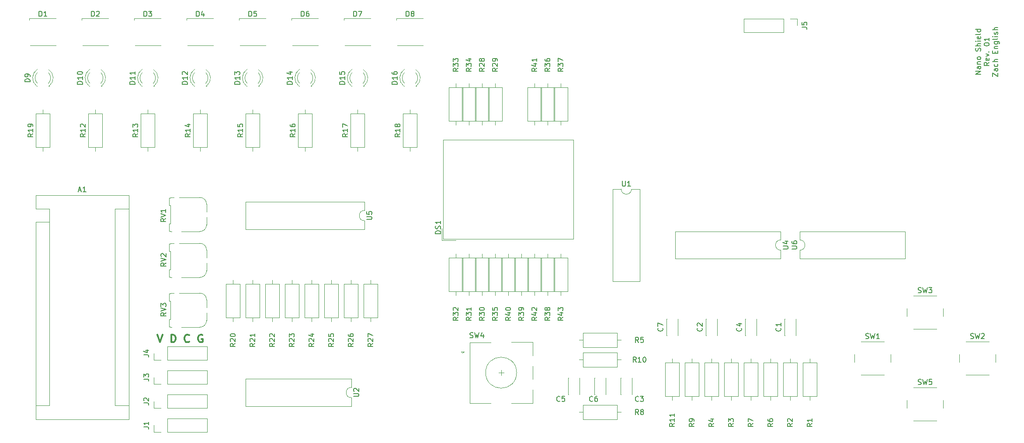
<source format=gto>
G04 #@! TF.GenerationSoftware,KiCad,Pcbnew,(5.1.6)-1*
G04 #@! TF.CreationDate,2020-05-23T11:28:19-07:00*
G04 #@! TF.ProjectId,NanoDemo,4e616e6f-4465-46d6-9f2e-6b696361645f,rev?*
G04 #@! TF.SameCoordinates,Original*
G04 #@! TF.FileFunction,Legend,Top*
G04 #@! TF.FilePolarity,Positive*
%FSLAX46Y46*%
G04 Gerber Fmt 4.6, Leading zero omitted, Abs format (unit mm)*
G04 Created by KiCad (PCBNEW (5.1.6)-1) date 2020-05-23 11:28:19*
%MOMM*%
%LPD*%
G01*
G04 APERTURE LIST*
%ADD10C,0.300000*%
%ADD11C,0.150000*%
%ADD12C,0.120000*%
G04 APERTURE END LIST*
D10*
X46335714Y-177994571D02*
X46835714Y-179494571D01*
X47335714Y-177994571D01*
X48978571Y-179494571D02*
X48978571Y-177994571D01*
X49335714Y-177994571D01*
X49550000Y-178066000D01*
X49692857Y-178208857D01*
X49764285Y-178351714D01*
X49835714Y-178637428D01*
X49835714Y-178851714D01*
X49764285Y-179137428D01*
X49692857Y-179280285D01*
X49550000Y-179423142D01*
X49335714Y-179494571D01*
X48978571Y-179494571D01*
X52478571Y-179351714D02*
X52407142Y-179423142D01*
X52192857Y-179494571D01*
X52050000Y-179494571D01*
X51835714Y-179423142D01*
X51692857Y-179280285D01*
X51621428Y-179137428D01*
X51550000Y-178851714D01*
X51550000Y-178637428D01*
X51621428Y-178351714D01*
X51692857Y-178208857D01*
X51835714Y-178066000D01*
X52050000Y-177994571D01*
X52192857Y-177994571D01*
X52407142Y-178066000D01*
X52478571Y-178137428D01*
X55050000Y-178066000D02*
X54907142Y-177994571D01*
X54692857Y-177994571D01*
X54478571Y-178066000D01*
X54335714Y-178208857D01*
X54264285Y-178351714D01*
X54192857Y-178637428D01*
X54192857Y-178851714D01*
X54264285Y-179137428D01*
X54335714Y-179280285D01*
X54478571Y-179423142D01*
X54692857Y-179494571D01*
X54835714Y-179494571D01*
X55050000Y-179423142D01*
X55121428Y-179351714D01*
X55121428Y-178851714D01*
X54835714Y-178851714D01*
D11*
X205812380Y-127523333D02*
X204812380Y-127523333D01*
X205812380Y-126951904D01*
X204812380Y-126951904D01*
X205812380Y-126047142D02*
X205288571Y-126047142D01*
X205193333Y-126094761D01*
X205145714Y-126190000D01*
X205145714Y-126380476D01*
X205193333Y-126475714D01*
X205764761Y-126047142D02*
X205812380Y-126142380D01*
X205812380Y-126380476D01*
X205764761Y-126475714D01*
X205669523Y-126523333D01*
X205574285Y-126523333D01*
X205479047Y-126475714D01*
X205431428Y-126380476D01*
X205431428Y-126142380D01*
X205383809Y-126047142D01*
X205145714Y-125570952D02*
X205812380Y-125570952D01*
X205240952Y-125570952D02*
X205193333Y-125523333D01*
X205145714Y-125428095D01*
X205145714Y-125285238D01*
X205193333Y-125190000D01*
X205288571Y-125142380D01*
X205812380Y-125142380D01*
X205812380Y-124523333D02*
X205764761Y-124618571D01*
X205717142Y-124666190D01*
X205621904Y-124713809D01*
X205336190Y-124713809D01*
X205240952Y-124666190D01*
X205193333Y-124618571D01*
X205145714Y-124523333D01*
X205145714Y-124380476D01*
X205193333Y-124285238D01*
X205240952Y-124237619D01*
X205336190Y-124190000D01*
X205621904Y-124190000D01*
X205717142Y-124237619D01*
X205764761Y-124285238D01*
X205812380Y-124380476D01*
X205812380Y-124523333D01*
X205764761Y-123047142D02*
X205812380Y-122904285D01*
X205812380Y-122666190D01*
X205764761Y-122570952D01*
X205717142Y-122523333D01*
X205621904Y-122475714D01*
X205526666Y-122475714D01*
X205431428Y-122523333D01*
X205383809Y-122570952D01*
X205336190Y-122666190D01*
X205288571Y-122856666D01*
X205240952Y-122951904D01*
X205193333Y-122999523D01*
X205098095Y-123047142D01*
X205002857Y-123047142D01*
X204907619Y-122999523D01*
X204860000Y-122951904D01*
X204812380Y-122856666D01*
X204812380Y-122618571D01*
X204860000Y-122475714D01*
X205812380Y-122047142D02*
X204812380Y-122047142D01*
X205812380Y-121618571D02*
X205288571Y-121618571D01*
X205193333Y-121666190D01*
X205145714Y-121761428D01*
X205145714Y-121904285D01*
X205193333Y-121999523D01*
X205240952Y-122047142D01*
X205812380Y-121142380D02*
X205145714Y-121142380D01*
X204812380Y-121142380D02*
X204860000Y-121190000D01*
X204907619Y-121142380D01*
X204860000Y-121094761D01*
X204812380Y-121142380D01*
X204907619Y-121142380D01*
X205764761Y-120285238D02*
X205812380Y-120380476D01*
X205812380Y-120570952D01*
X205764761Y-120666190D01*
X205669523Y-120713809D01*
X205288571Y-120713809D01*
X205193333Y-120666190D01*
X205145714Y-120570952D01*
X205145714Y-120380476D01*
X205193333Y-120285238D01*
X205288571Y-120237619D01*
X205383809Y-120237619D01*
X205479047Y-120713809D01*
X205812380Y-119666190D02*
X205764761Y-119761428D01*
X205669523Y-119809047D01*
X204812380Y-119809047D01*
X205812380Y-118856666D02*
X204812380Y-118856666D01*
X205764761Y-118856666D02*
X205812380Y-118951904D01*
X205812380Y-119142380D01*
X205764761Y-119237619D01*
X205717142Y-119285238D01*
X205621904Y-119332857D01*
X205336190Y-119332857D01*
X205240952Y-119285238D01*
X205193333Y-119237619D01*
X205145714Y-119142380D01*
X205145714Y-118951904D01*
X205193333Y-118856666D01*
X207462380Y-125261428D02*
X206986190Y-125594761D01*
X207462380Y-125832857D02*
X206462380Y-125832857D01*
X206462380Y-125451904D01*
X206510000Y-125356666D01*
X206557619Y-125309047D01*
X206652857Y-125261428D01*
X206795714Y-125261428D01*
X206890952Y-125309047D01*
X206938571Y-125356666D01*
X206986190Y-125451904D01*
X206986190Y-125832857D01*
X207414761Y-124451904D02*
X207462380Y-124547142D01*
X207462380Y-124737619D01*
X207414761Y-124832857D01*
X207319523Y-124880476D01*
X206938571Y-124880476D01*
X206843333Y-124832857D01*
X206795714Y-124737619D01*
X206795714Y-124547142D01*
X206843333Y-124451904D01*
X206938571Y-124404285D01*
X207033809Y-124404285D01*
X207129047Y-124880476D01*
X206795714Y-124070952D02*
X207462380Y-123832857D01*
X206795714Y-123594761D01*
X207367142Y-123213809D02*
X207414761Y-123166190D01*
X207462380Y-123213809D01*
X207414761Y-123261428D01*
X207367142Y-123213809D01*
X207462380Y-123213809D01*
X206462380Y-121785238D02*
X206462380Y-121690000D01*
X206510000Y-121594761D01*
X206557619Y-121547142D01*
X206652857Y-121499523D01*
X206843333Y-121451904D01*
X207081428Y-121451904D01*
X207271904Y-121499523D01*
X207367142Y-121547142D01*
X207414761Y-121594761D01*
X207462380Y-121690000D01*
X207462380Y-121785238D01*
X207414761Y-121880476D01*
X207367142Y-121928095D01*
X207271904Y-121975714D01*
X207081428Y-122023333D01*
X206843333Y-122023333D01*
X206652857Y-121975714D01*
X206557619Y-121928095D01*
X206510000Y-121880476D01*
X206462380Y-121785238D01*
X207462380Y-120499523D02*
X207462380Y-121070952D01*
X207462380Y-120785238D02*
X206462380Y-120785238D01*
X206605238Y-120880476D01*
X206700476Y-120975714D01*
X206748095Y-121070952D01*
X208112380Y-127951904D02*
X208112380Y-127285238D01*
X209112380Y-127951904D01*
X209112380Y-127285238D01*
X209112380Y-126475714D02*
X208588571Y-126475714D01*
X208493333Y-126523333D01*
X208445714Y-126618571D01*
X208445714Y-126809047D01*
X208493333Y-126904285D01*
X209064761Y-126475714D02*
X209112380Y-126570952D01*
X209112380Y-126809047D01*
X209064761Y-126904285D01*
X208969523Y-126951904D01*
X208874285Y-126951904D01*
X208779047Y-126904285D01*
X208731428Y-126809047D01*
X208731428Y-126570952D01*
X208683809Y-126475714D01*
X209064761Y-125570952D02*
X209112380Y-125666190D01*
X209112380Y-125856666D01*
X209064761Y-125951904D01*
X209017142Y-125999523D01*
X208921904Y-126047142D01*
X208636190Y-126047142D01*
X208540952Y-125999523D01*
X208493333Y-125951904D01*
X208445714Y-125856666D01*
X208445714Y-125666190D01*
X208493333Y-125570952D01*
X209112380Y-125142380D02*
X208112380Y-125142380D01*
X209112380Y-124713809D02*
X208588571Y-124713809D01*
X208493333Y-124761428D01*
X208445714Y-124856666D01*
X208445714Y-124999523D01*
X208493333Y-125094761D01*
X208540952Y-125142380D01*
X208588571Y-123475714D02*
X208588571Y-123142380D01*
X209112380Y-122999523D02*
X209112380Y-123475714D01*
X208112380Y-123475714D01*
X208112380Y-122999523D01*
X208445714Y-122570952D02*
X209112380Y-122570952D01*
X208540952Y-122570952D02*
X208493333Y-122523333D01*
X208445714Y-122428095D01*
X208445714Y-122285238D01*
X208493333Y-122190000D01*
X208588571Y-122142380D01*
X209112380Y-122142380D01*
X208445714Y-121237619D02*
X209255238Y-121237619D01*
X209350476Y-121285238D01*
X209398095Y-121332857D01*
X209445714Y-121428095D01*
X209445714Y-121570952D01*
X209398095Y-121666190D01*
X209064761Y-121237619D02*
X209112380Y-121332857D01*
X209112380Y-121523333D01*
X209064761Y-121618571D01*
X209017142Y-121666190D01*
X208921904Y-121713809D01*
X208636190Y-121713809D01*
X208540952Y-121666190D01*
X208493333Y-121618571D01*
X208445714Y-121523333D01*
X208445714Y-121332857D01*
X208493333Y-121237619D01*
X209112380Y-120618571D02*
X209064761Y-120713809D01*
X208969523Y-120761428D01*
X208112380Y-120761428D01*
X209112380Y-120237619D02*
X208445714Y-120237619D01*
X208112380Y-120237619D02*
X208160000Y-120285238D01*
X208207619Y-120237619D01*
X208160000Y-120190000D01*
X208112380Y-120237619D01*
X208207619Y-120237619D01*
X209064761Y-119809047D02*
X209112380Y-119713809D01*
X209112380Y-119523333D01*
X209064761Y-119428095D01*
X208969523Y-119380476D01*
X208921904Y-119380476D01*
X208826666Y-119428095D01*
X208779047Y-119523333D01*
X208779047Y-119666190D01*
X208731428Y-119761428D01*
X208636190Y-119809047D01*
X208588571Y-119809047D01*
X208493333Y-119761428D01*
X208445714Y-119666190D01*
X208445714Y-119523333D01*
X208493333Y-119428095D01*
X209112380Y-118951904D02*
X208112380Y-118951904D01*
X209112380Y-118523333D02*
X208588571Y-118523333D01*
X208493333Y-118570952D01*
X208445714Y-118666190D01*
X208445714Y-118809047D01*
X208493333Y-118904285D01*
X208540952Y-118951904D01*
D12*
G04 #@! TO.C,RV3*
X48628000Y-176478000D02*
X48628000Y-175058000D01*
X48828000Y-175058000D02*
X48828000Y-171478000D01*
X48828000Y-171478000D02*
X48628000Y-171478000D01*
X48628000Y-171478000D02*
X48628000Y-170058000D01*
X48628000Y-170058000D02*
X48828000Y-170058000D01*
X55848000Y-173778000D02*
X55848000Y-175268000D01*
X54538000Y-176578000D02*
X50998000Y-176578000D01*
X50558000Y-169958000D02*
X54538000Y-169958000D01*
X55848000Y-171268000D02*
X55848000Y-172758000D01*
X48828000Y-175058000D02*
X48628000Y-175058000D01*
X48628000Y-176478000D02*
X48828000Y-176478000D01*
X48828000Y-176478000D02*
X48828000Y-176578000D01*
X48828000Y-176578000D02*
X49078000Y-176578000D01*
X48828000Y-170058000D02*
X48828000Y-169958000D01*
X48828000Y-169958000D02*
X49518000Y-169958000D01*
X55848000Y-175268000D02*
G75*
G02*
X54538000Y-176578000I-1310000J0D01*
G01*
X54538000Y-169958000D02*
G75*
G02*
X55848000Y-171268000I0J-1310000D01*
G01*
G04 #@! TO.C,RV2*
X48628000Y-166826000D02*
X48628000Y-165406000D01*
X48828000Y-165406000D02*
X48828000Y-161826000D01*
X48828000Y-161826000D02*
X48628000Y-161826000D01*
X48628000Y-161826000D02*
X48628000Y-160406000D01*
X48628000Y-160406000D02*
X48828000Y-160406000D01*
X55848000Y-164126000D02*
X55848000Y-165616000D01*
X54538000Y-166926000D02*
X50998000Y-166926000D01*
X50558000Y-160306000D02*
X54538000Y-160306000D01*
X55848000Y-161616000D02*
X55848000Y-163106000D01*
X48828000Y-165406000D02*
X48628000Y-165406000D01*
X48628000Y-166826000D02*
X48828000Y-166826000D01*
X48828000Y-166826000D02*
X48828000Y-166926000D01*
X48828000Y-166926000D02*
X49078000Y-166926000D01*
X48828000Y-160406000D02*
X48828000Y-160306000D01*
X48828000Y-160306000D02*
X49518000Y-160306000D01*
X55848000Y-165616000D02*
G75*
G02*
X54538000Y-166926000I-1310000J0D01*
G01*
X54538000Y-160306000D02*
G75*
G02*
X55848000Y-161616000I0J-1310000D01*
G01*
G04 #@! TO.C,RV1*
X48628000Y-157936000D02*
X48628000Y-156516000D01*
X48828000Y-156516000D02*
X48828000Y-152936000D01*
X48828000Y-152936000D02*
X48628000Y-152936000D01*
X48628000Y-152936000D02*
X48628000Y-151516000D01*
X48628000Y-151516000D02*
X48828000Y-151516000D01*
X55848000Y-155236000D02*
X55848000Y-156726000D01*
X54538000Y-158036000D02*
X50998000Y-158036000D01*
X50558000Y-151416000D02*
X54538000Y-151416000D01*
X55848000Y-152726000D02*
X55848000Y-154216000D01*
X48828000Y-156516000D02*
X48628000Y-156516000D01*
X48628000Y-157936000D02*
X48828000Y-157936000D01*
X48828000Y-157936000D02*
X48828000Y-158036000D01*
X48828000Y-158036000D02*
X49078000Y-158036000D01*
X48828000Y-151516000D02*
X48828000Y-151416000D01*
X48828000Y-151416000D02*
X49518000Y-151416000D01*
X55848000Y-156726000D02*
G75*
G02*
X54538000Y-158036000I-1310000J0D01*
G01*
X54538000Y-151416000D02*
G75*
G02*
X55848000Y-152726000I0J-1310000D01*
G01*
G04 #@! TO.C,U1*
X136160000Y-149800000D02*
X134510000Y-149800000D01*
X134510000Y-149800000D02*
X134510000Y-167700000D01*
X134510000Y-167700000D02*
X139810000Y-167700000D01*
X139810000Y-167700000D02*
X139810000Y-149800000D01*
X139810000Y-149800000D02*
X138160000Y-149800000D01*
X138160000Y-149800000D02*
G75*
G02*
X136160000Y-149800000I-1000000J0D01*
G01*
G04 #@! TO.C,J5*
X159960000Y-116780000D02*
X159960000Y-119440000D01*
X167640000Y-116780000D02*
X159960000Y-116780000D01*
X167640000Y-119440000D02*
X159960000Y-119440000D01*
X167640000Y-116780000D02*
X167640000Y-119440000D01*
X168910000Y-116780000D02*
X170240000Y-116780000D01*
X170240000Y-116780000D02*
X170240000Y-118110000D01*
G04 #@! TO.C,U6*
X170755000Y-158005000D02*
X170755000Y-159655000D01*
X191195000Y-158005000D02*
X170755000Y-158005000D01*
X191195000Y-163305000D02*
X191195000Y-158005000D01*
X170755000Y-163305000D02*
X191195000Y-163305000D01*
X170755000Y-161655000D02*
X170755000Y-163305000D01*
X170755000Y-159655000D02*
G75*
G02*
X170755000Y-161655000I0J-1000000D01*
G01*
G04 #@! TO.C,R43*
X124460000Y-170410000D02*
X124460000Y-169640000D01*
X124460000Y-162330000D02*
X124460000Y-163100000D01*
X125830000Y-169640000D02*
X125830000Y-163100000D01*
X123090000Y-169640000D02*
X125830000Y-169640000D01*
X123090000Y-163100000D02*
X123090000Y-169640000D01*
X125830000Y-163100000D02*
X123090000Y-163100000D01*
G04 #@! TO.C,R42*
X119380000Y-170410000D02*
X119380000Y-169640000D01*
X119380000Y-162330000D02*
X119380000Y-163100000D01*
X120750000Y-169640000D02*
X120750000Y-163100000D01*
X118010000Y-169640000D02*
X120750000Y-169640000D01*
X118010000Y-163100000D02*
X118010000Y-169640000D01*
X120750000Y-163100000D02*
X118010000Y-163100000D01*
G04 #@! TO.C,R41*
X119380000Y-129310000D02*
X119380000Y-130080000D01*
X119380000Y-137390000D02*
X119380000Y-136620000D01*
X118010000Y-130080000D02*
X118010000Y-136620000D01*
X120750000Y-130080000D02*
X118010000Y-130080000D01*
X120750000Y-136620000D02*
X120750000Y-130080000D01*
X118010000Y-136620000D02*
X120750000Y-136620000D01*
G04 #@! TO.C,R40*
X114300000Y-170410000D02*
X114300000Y-169640000D01*
X114300000Y-162330000D02*
X114300000Y-163100000D01*
X115670000Y-169640000D02*
X115670000Y-163100000D01*
X112930000Y-169640000D02*
X115670000Y-169640000D01*
X112930000Y-163100000D02*
X112930000Y-169640000D01*
X115670000Y-163100000D02*
X112930000Y-163100000D01*
G04 #@! TO.C,R39*
X116840000Y-170410000D02*
X116840000Y-169640000D01*
X116840000Y-162330000D02*
X116840000Y-163100000D01*
X118210000Y-169640000D02*
X118210000Y-163100000D01*
X115470000Y-169640000D02*
X118210000Y-169640000D01*
X115470000Y-163100000D02*
X115470000Y-169640000D01*
X118210000Y-163100000D02*
X115470000Y-163100000D01*
G04 #@! TO.C,R38*
X121920000Y-170410000D02*
X121920000Y-169640000D01*
X121920000Y-162330000D02*
X121920000Y-163100000D01*
X123290000Y-169640000D02*
X123290000Y-163100000D01*
X120550000Y-169640000D02*
X123290000Y-169640000D01*
X120550000Y-163100000D02*
X120550000Y-169640000D01*
X123290000Y-163100000D02*
X120550000Y-163100000D01*
G04 #@! TO.C,R37*
X124460000Y-129310000D02*
X124460000Y-130080000D01*
X124460000Y-137390000D02*
X124460000Y-136620000D01*
X123090000Y-130080000D02*
X123090000Y-136620000D01*
X125830000Y-130080000D02*
X123090000Y-130080000D01*
X125830000Y-136620000D02*
X125830000Y-130080000D01*
X123090000Y-136620000D02*
X125830000Y-136620000D01*
G04 #@! TO.C,R36*
X121920000Y-129310000D02*
X121920000Y-130080000D01*
X121920000Y-137390000D02*
X121920000Y-136620000D01*
X120550000Y-130080000D02*
X120550000Y-136620000D01*
X123290000Y-130080000D02*
X120550000Y-130080000D01*
X123290000Y-136620000D02*
X123290000Y-130080000D01*
X120550000Y-136620000D02*
X123290000Y-136620000D01*
G04 #@! TO.C,R35*
X111760000Y-170410000D02*
X111760000Y-169640000D01*
X111760000Y-162330000D02*
X111760000Y-163100000D01*
X113130000Y-169640000D02*
X113130000Y-163100000D01*
X110390000Y-169640000D02*
X113130000Y-169640000D01*
X110390000Y-163100000D02*
X110390000Y-169640000D01*
X113130000Y-163100000D02*
X110390000Y-163100000D01*
G04 #@! TO.C,R34*
X106680000Y-129310000D02*
X106680000Y-130080000D01*
X106680000Y-137390000D02*
X106680000Y-136620000D01*
X105310000Y-130080000D02*
X105310000Y-136620000D01*
X108050000Y-130080000D02*
X105310000Y-130080000D01*
X108050000Y-136620000D02*
X108050000Y-130080000D01*
X105310000Y-136620000D02*
X108050000Y-136620000D01*
G04 #@! TO.C,R33*
X104140000Y-129310000D02*
X104140000Y-130080000D01*
X104140000Y-137390000D02*
X104140000Y-136620000D01*
X102770000Y-130080000D02*
X102770000Y-136620000D01*
X105510000Y-130080000D02*
X102770000Y-130080000D01*
X105510000Y-136620000D02*
X105510000Y-130080000D01*
X102770000Y-136620000D02*
X105510000Y-136620000D01*
G04 #@! TO.C,R32*
X104140000Y-170410000D02*
X104140000Y-169640000D01*
X104140000Y-162330000D02*
X104140000Y-163100000D01*
X105510000Y-169640000D02*
X105510000Y-163100000D01*
X102770000Y-169640000D02*
X105510000Y-169640000D01*
X102770000Y-163100000D02*
X102770000Y-169640000D01*
X105510000Y-163100000D02*
X102770000Y-163100000D01*
G04 #@! TO.C,R31*
X106680000Y-170410000D02*
X106680000Y-169640000D01*
X106680000Y-162330000D02*
X106680000Y-163100000D01*
X108050000Y-169640000D02*
X108050000Y-163100000D01*
X105310000Y-169640000D02*
X108050000Y-169640000D01*
X105310000Y-163100000D02*
X105310000Y-169640000D01*
X108050000Y-163100000D02*
X105310000Y-163100000D01*
G04 #@! TO.C,R30*
X109220000Y-170410000D02*
X109220000Y-169640000D01*
X109220000Y-162330000D02*
X109220000Y-163100000D01*
X110590000Y-169640000D02*
X110590000Y-163100000D01*
X107850000Y-169640000D02*
X110590000Y-169640000D01*
X107850000Y-163100000D02*
X107850000Y-169640000D01*
X110590000Y-163100000D02*
X107850000Y-163100000D01*
G04 #@! TO.C,R29*
X111760000Y-129310000D02*
X111760000Y-130080000D01*
X111760000Y-137390000D02*
X111760000Y-136620000D01*
X110390000Y-130080000D02*
X110390000Y-136620000D01*
X113130000Y-130080000D02*
X110390000Y-130080000D01*
X113130000Y-136620000D02*
X113130000Y-130080000D01*
X110390000Y-136620000D02*
X113130000Y-136620000D01*
G04 #@! TO.C,R28*
X109220000Y-129310000D02*
X109220000Y-130080000D01*
X109220000Y-137390000D02*
X109220000Y-136620000D01*
X107850000Y-130080000D02*
X107850000Y-136620000D01*
X110590000Y-130080000D02*
X107850000Y-130080000D01*
X110590000Y-136620000D02*
X110590000Y-130080000D01*
X107850000Y-136620000D02*
X110590000Y-136620000D01*
G04 #@! TO.C,J4*
X55940000Y-182960000D02*
X55940000Y-180300000D01*
X48260000Y-182960000D02*
X55940000Y-182960000D01*
X48260000Y-180300000D02*
X55940000Y-180300000D01*
X48260000Y-182960000D02*
X48260000Y-180300000D01*
X46990000Y-182960000D02*
X45660000Y-182960000D01*
X45660000Y-182960000D02*
X45660000Y-181630000D01*
G04 #@! TO.C,J3*
X55940000Y-187610000D02*
X55940000Y-184950000D01*
X48260000Y-187610000D02*
X55940000Y-187610000D01*
X48260000Y-184950000D02*
X55940000Y-184950000D01*
X48260000Y-187610000D02*
X48260000Y-184950000D01*
X46990000Y-187610000D02*
X45660000Y-187610000D01*
X45660000Y-187610000D02*
X45660000Y-186280000D01*
G04 #@! TO.C,J2*
X55940000Y-192260000D02*
X55940000Y-189600000D01*
X48260000Y-192260000D02*
X55940000Y-192260000D01*
X48260000Y-189600000D02*
X55940000Y-189600000D01*
X48260000Y-192260000D02*
X48260000Y-189600000D01*
X46990000Y-192260000D02*
X45660000Y-192260000D01*
X45660000Y-192260000D02*
X45660000Y-190930000D01*
G04 #@! TO.C,J1*
X55940000Y-196910000D02*
X55940000Y-194250000D01*
X48260000Y-196910000D02*
X55940000Y-196910000D01*
X48260000Y-194250000D02*
X55940000Y-194250000D01*
X48260000Y-196910000D02*
X48260000Y-194250000D01*
X46990000Y-196910000D02*
X45660000Y-196910000D01*
X45660000Y-196910000D02*
X45660000Y-195580000D01*
G04 #@! TO.C,U5*
X86420000Y-157590000D02*
X86420000Y-155940000D01*
X63440000Y-157590000D02*
X86420000Y-157590000D01*
X63440000Y-152290000D02*
X63440000Y-157590000D01*
X86420000Y-152290000D02*
X63440000Y-152290000D01*
X86420000Y-153940000D02*
X86420000Y-152290000D01*
X86420000Y-155940000D02*
G75*
G02*
X86420000Y-153940000I0J1000000D01*
G01*
G04 #@! TO.C,R27*
X87630000Y-175490000D02*
X87630000Y-174720000D01*
X87630000Y-167410000D02*
X87630000Y-168180000D01*
X89000000Y-174720000D02*
X89000000Y-168180000D01*
X86260000Y-174720000D02*
X89000000Y-174720000D01*
X86260000Y-168180000D02*
X86260000Y-174720000D01*
X89000000Y-168180000D02*
X86260000Y-168180000D01*
G04 #@! TO.C,R26*
X83820000Y-175490000D02*
X83820000Y-174720000D01*
X83820000Y-167410000D02*
X83820000Y-168180000D01*
X85190000Y-174720000D02*
X85190000Y-168180000D01*
X82450000Y-174720000D02*
X85190000Y-174720000D01*
X82450000Y-168180000D02*
X82450000Y-174720000D01*
X85190000Y-168180000D02*
X82450000Y-168180000D01*
G04 #@! TO.C,R25*
X80010000Y-175490000D02*
X80010000Y-174720000D01*
X80010000Y-167410000D02*
X80010000Y-168180000D01*
X81380000Y-174720000D02*
X81380000Y-168180000D01*
X78640000Y-174720000D02*
X81380000Y-174720000D01*
X78640000Y-168180000D02*
X78640000Y-174720000D01*
X81380000Y-168180000D02*
X78640000Y-168180000D01*
G04 #@! TO.C,R24*
X76200000Y-175490000D02*
X76200000Y-174720000D01*
X76200000Y-167410000D02*
X76200000Y-168180000D01*
X77570000Y-174720000D02*
X77570000Y-168180000D01*
X74830000Y-174720000D02*
X77570000Y-174720000D01*
X74830000Y-168180000D02*
X74830000Y-174720000D01*
X77570000Y-168180000D02*
X74830000Y-168180000D01*
G04 #@! TO.C,R23*
X72390000Y-175490000D02*
X72390000Y-174720000D01*
X72390000Y-167410000D02*
X72390000Y-168180000D01*
X73760000Y-174720000D02*
X73760000Y-168180000D01*
X71020000Y-174720000D02*
X73760000Y-174720000D01*
X71020000Y-168180000D02*
X71020000Y-174720000D01*
X73760000Y-168180000D02*
X71020000Y-168180000D01*
G04 #@! TO.C,R22*
X68580000Y-175490000D02*
X68580000Y-174720000D01*
X68580000Y-167410000D02*
X68580000Y-168180000D01*
X69950000Y-174720000D02*
X69950000Y-168180000D01*
X67210000Y-174720000D02*
X69950000Y-174720000D01*
X67210000Y-168180000D02*
X67210000Y-174720000D01*
X69950000Y-168180000D02*
X67210000Y-168180000D01*
G04 #@! TO.C,R21*
X64770000Y-175490000D02*
X64770000Y-174720000D01*
X64770000Y-167410000D02*
X64770000Y-168180000D01*
X66140000Y-174720000D02*
X66140000Y-168180000D01*
X63400000Y-174720000D02*
X66140000Y-174720000D01*
X63400000Y-168180000D02*
X63400000Y-174720000D01*
X66140000Y-168180000D02*
X63400000Y-168180000D01*
G04 #@! TO.C,R20*
X60960000Y-175490000D02*
X60960000Y-174720000D01*
X60960000Y-167410000D02*
X60960000Y-168180000D01*
X62330000Y-174720000D02*
X62330000Y-168180000D01*
X59590000Y-174720000D02*
X62330000Y-174720000D01*
X59590000Y-168180000D02*
X59590000Y-174720000D01*
X62330000Y-168180000D02*
X59590000Y-168180000D01*
G04 #@! TO.C,R19*
X24130000Y-134390000D02*
X24130000Y-135160000D01*
X24130000Y-142470000D02*
X24130000Y-141700000D01*
X22760000Y-135160000D02*
X22760000Y-141700000D01*
X25500000Y-135160000D02*
X22760000Y-135160000D01*
X25500000Y-141700000D02*
X25500000Y-135160000D01*
X22760000Y-141700000D02*
X25500000Y-141700000D01*
G04 #@! TO.C,R18*
X95250000Y-134390000D02*
X95250000Y-135160000D01*
X95250000Y-142470000D02*
X95250000Y-141700000D01*
X93880000Y-135160000D02*
X93880000Y-141700000D01*
X96620000Y-135160000D02*
X93880000Y-135160000D01*
X96620000Y-141700000D02*
X96620000Y-135160000D01*
X93880000Y-141700000D02*
X96620000Y-141700000D01*
G04 #@! TO.C,R17*
X85090000Y-134390000D02*
X85090000Y-135160000D01*
X85090000Y-142470000D02*
X85090000Y-141700000D01*
X83720000Y-135160000D02*
X83720000Y-141700000D01*
X86460000Y-135160000D02*
X83720000Y-135160000D01*
X86460000Y-141700000D02*
X86460000Y-135160000D01*
X83720000Y-141700000D02*
X86460000Y-141700000D01*
G04 #@! TO.C,R16*
X74930000Y-134390000D02*
X74930000Y-135160000D01*
X74930000Y-142470000D02*
X74930000Y-141700000D01*
X73560000Y-135160000D02*
X73560000Y-141700000D01*
X76300000Y-135160000D02*
X73560000Y-135160000D01*
X76300000Y-141700000D02*
X76300000Y-135160000D01*
X73560000Y-141700000D02*
X76300000Y-141700000D01*
G04 #@! TO.C,R15*
X64770000Y-134390000D02*
X64770000Y-135160000D01*
X64770000Y-142470000D02*
X64770000Y-141700000D01*
X63400000Y-135160000D02*
X63400000Y-141700000D01*
X66140000Y-135160000D02*
X63400000Y-135160000D01*
X66140000Y-141700000D02*
X66140000Y-135160000D01*
X63400000Y-141700000D02*
X66140000Y-141700000D01*
G04 #@! TO.C,R14*
X54610000Y-134390000D02*
X54610000Y-135160000D01*
X54610000Y-142470000D02*
X54610000Y-141700000D01*
X53240000Y-135160000D02*
X53240000Y-141700000D01*
X55980000Y-135160000D02*
X53240000Y-135160000D01*
X55980000Y-141700000D02*
X55980000Y-135160000D01*
X53240000Y-141700000D02*
X55980000Y-141700000D01*
G04 #@! TO.C,R13*
X44450000Y-134390000D02*
X44450000Y-135160000D01*
X44450000Y-142470000D02*
X44450000Y-141700000D01*
X43080000Y-135160000D02*
X43080000Y-141700000D01*
X45820000Y-135160000D02*
X43080000Y-135160000D01*
X45820000Y-141700000D02*
X45820000Y-135160000D01*
X43080000Y-141700000D02*
X45820000Y-141700000D01*
G04 #@! TO.C,R12*
X34290000Y-134390000D02*
X34290000Y-135160000D01*
X34290000Y-142470000D02*
X34290000Y-141700000D01*
X32920000Y-135160000D02*
X32920000Y-141700000D01*
X35660000Y-135160000D02*
X32920000Y-135160000D01*
X35660000Y-141700000D02*
X35660000Y-135160000D01*
X32920000Y-141700000D02*
X35660000Y-141700000D01*
G04 #@! TO.C,DS1*
X126930000Y-159505000D02*
X101680000Y-159505000D01*
X126930000Y-140215000D02*
X126930000Y-159505000D01*
X101680000Y-140215000D02*
X126930000Y-140215000D01*
X101680000Y-159505000D02*
X101680000Y-140215000D01*
X101430000Y-159760000D02*
X104140000Y-159760000D01*
X101430000Y-159760000D02*
X101430000Y-157480000D01*
G04 #@! TO.C,D16*
X96330000Y-129830000D02*
X96486000Y-129830000D01*
X94014000Y-129830000D02*
X94170000Y-129830000D01*
X96329837Y-127228870D02*
G75*
G02*
X96330000Y-129310961I-1079837J-1041130D01*
G01*
X94170163Y-127228870D02*
G75*
G03*
X94170000Y-129310961I1079837J-1041130D01*
G01*
X96328608Y-126597665D02*
G75*
G02*
X96485516Y-129830000I-1078608J-1672335D01*
G01*
X94171392Y-126597665D02*
G75*
G03*
X94014484Y-129830000I1078608J-1672335D01*
G01*
G04 #@! TO.C,D15*
X86170000Y-129830000D02*
X86326000Y-129830000D01*
X83854000Y-129830000D02*
X84010000Y-129830000D01*
X86169837Y-127228870D02*
G75*
G02*
X86170000Y-129310961I-1079837J-1041130D01*
G01*
X84010163Y-127228870D02*
G75*
G03*
X84010000Y-129310961I1079837J-1041130D01*
G01*
X86168608Y-126597665D02*
G75*
G02*
X86325516Y-129830000I-1078608J-1672335D01*
G01*
X84011392Y-126597665D02*
G75*
G03*
X83854484Y-129830000I1078608J-1672335D01*
G01*
G04 #@! TO.C,D14*
X76010000Y-129830000D02*
X76166000Y-129830000D01*
X73694000Y-129830000D02*
X73850000Y-129830000D01*
X76009837Y-127228870D02*
G75*
G02*
X76010000Y-129310961I-1079837J-1041130D01*
G01*
X73850163Y-127228870D02*
G75*
G03*
X73850000Y-129310961I1079837J-1041130D01*
G01*
X76008608Y-126597665D02*
G75*
G02*
X76165516Y-129830000I-1078608J-1672335D01*
G01*
X73851392Y-126597665D02*
G75*
G03*
X73694484Y-129830000I1078608J-1672335D01*
G01*
G04 #@! TO.C,D13*
X65850000Y-129830000D02*
X66006000Y-129830000D01*
X63534000Y-129830000D02*
X63690000Y-129830000D01*
X65849837Y-127228870D02*
G75*
G02*
X65850000Y-129310961I-1079837J-1041130D01*
G01*
X63690163Y-127228870D02*
G75*
G03*
X63690000Y-129310961I1079837J-1041130D01*
G01*
X65848608Y-126597665D02*
G75*
G02*
X66005516Y-129830000I-1078608J-1672335D01*
G01*
X63691392Y-126597665D02*
G75*
G03*
X63534484Y-129830000I1078608J-1672335D01*
G01*
G04 #@! TO.C,D12*
X55690000Y-129830000D02*
X55846000Y-129830000D01*
X53374000Y-129830000D02*
X53530000Y-129830000D01*
X55689837Y-127228870D02*
G75*
G02*
X55690000Y-129310961I-1079837J-1041130D01*
G01*
X53530163Y-127228870D02*
G75*
G03*
X53530000Y-129310961I1079837J-1041130D01*
G01*
X55688608Y-126597665D02*
G75*
G02*
X55845516Y-129830000I-1078608J-1672335D01*
G01*
X53531392Y-126597665D02*
G75*
G03*
X53374484Y-129830000I1078608J-1672335D01*
G01*
G04 #@! TO.C,D11*
X45530000Y-129830000D02*
X45686000Y-129830000D01*
X43214000Y-129830000D02*
X43370000Y-129830000D01*
X45529837Y-127228870D02*
G75*
G02*
X45530000Y-129310961I-1079837J-1041130D01*
G01*
X43370163Y-127228870D02*
G75*
G03*
X43370000Y-129310961I1079837J-1041130D01*
G01*
X45528608Y-126597665D02*
G75*
G02*
X45685516Y-129830000I-1078608J-1672335D01*
G01*
X43371392Y-126597665D02*
G75*
G03*
X43214484Y-129830000I1078608J-1672335D01*
G01*
G04 #@! TO.C,D10*
X35370000Y-129830000D02*
X35526000Y-129830000D01*
X33054000Y-129830000D02*
X33210000Y-129830000D01*
X35369837Y-127228870D02*
G75*
G02*
X35370000Y-129310961I-1079837J-1041130D01*
G01*
X33210163Y-127228870D02*
G75*
G03*
X33210000Y-129310961I1079837J-1041130D01*
G01*
X35368608Y-126597665D02*
G75*
G02*
X35525516Y-129830000I-1078608J-1672335D01*
G01*
X33211392Y-126597665D02*
G75*
G03*
X33054484Y-129830000I1078608J-1672335D01*
G01*
G04 #@! TO.C,SW4*
X112410000Y-185380000D02*
X113410000Y-185380000D01*
X112910000Y-184880000D02*
X112910000Y-185880000D01*
X119010000Y-188680000D02*
X119010000Y-191280000D01*
X119010000Y-184080000D02*
X119010000Y-186680000D01*
X119010000Y-179480000D02*
X119010000Y-182080000D01*
X105710000Y-181280000D02*
X105410000Y-181580000D01*
X105110000Y-181280000D02*
X105710000Y-181280000D01*
X105410000Y-181580000D02*
X105110000Y-181280000D01*
X106810000Y-179580000D02*
X106810000Y-191280000D01*
X110910000Y-179580000D02*
X106810000Y-179580000D01*
X110910000Y-191280000D02*
X106810000Y-191280000D01*
X119010000Y-191280000D02*
X114910000Y-191280000D01*
X114910000Y-179480000D02*
X119010000Y-179480000D01*
X115910000Y-185380000D02*
G75*
G03*
X115910000Y-185380000I-3000000J0D01*
G01*
G04 #@! TO.C,D9*
X25210000Y-129830000D02*
X25366000Y-129830000D01*
X22894000Y-129830000D02*
X23050000Y-129830000D01*
X25209837Y-127228870D02*
G75*
G02*
X25210000Y-129310961I-1079837J-1041130D01*
G01*
X23050163Y-127228870D02*
G75*
G03*
X23050000Y-129310961I1079837J-1041130D01*
G01*
X25208608Y-126597665D02*
G75*
G02*
X25365516Y-129830000I-1078608J-1672335D01*
G01*
X23051392Y-126597665D02*
G75*
G03*
X22894484Y-129830000I1078608J-1672335D01*
G01*
G04 #@! TO.C,U4*
X167065000Y-163305000D02*
X167065000Y-161655000D01*
X146625000Y-163305000D02*
X167065000Y-163305000D01*
X146625000Y-158005000D02*
X146625000Y-163305000D01*
X167065000Y-158005000D02*
X146625000Y-158005000D01*
X167065000Y-159655000D02*
X167065000Y-158005000D01*
X167065000Y-161655000D02*
G75*
G02*
X167065000Y-159655000I0J1000000D01*
G01*
G04 #@! TO.C,U2*
X83880000Y-191880000D02*
X83880000Y-190230000D01*
X63440000Y-191880000D02*
X83880000Y-191880000D01*
X63440000Y-186580000D02*
X63440000Y-191880000D01*
X83880000Y-186580000D02*
X63440000Y-186580000D01*
X83880000Y-188230000D02*
X83880000Y-186580000D01*
X83880000Y-190230000D02*
G75*
G02*
X83880000Y-188230000I0J1000000D01*
G01*
G04 #@! TO.C,SW1*
X182610000Y-185840000D02*
X187110000Y-185840000D01*
X181360000Y-181840000D02*
X181360000Y-183340000D01*
X187110000Y-179340000D02*
X182610000Y-179340000D01*
X188360000Y-183340000D02*
X188360000Y-181840000D01*
G04 #@! TO.C,SW5*
X192770000Y-194730000D02*
X197270000Y-194730000D01*
X191520000Y-190730000D02*
X191520000Y-192230000D01*
X197270000Y-188230000D02*
X192770000Y-188230000D01*
X198520000Y-192230000D02*
X198520000Y-190730000D01*
G04 #@! TO.C,SW3*
X192770000Y-176950000D02*
X197270000Y-176950000D01*
X191520000Y-172950000D02*
X191520000Y-174450000D01*
X197270000Y-170450000D02*
X192770000Y-170450000D01*
X198520000Y-174450000D02*
X198520000Y-172950000D01*
G04 #@! TO.C,SW2*
X202930000Y-185840000D02*
X207430000Y-185840000D01*
X201680000Y-181840000D02*
X201680000Y-183340000D01*
X207430000Y-179340000D02*
X202930000Y-179340000D01*
X208680000Y-183340000D02*
X208680000Y-181840000D01*
G04 #@! TO.C,R11*
X144680000Y-189960000D02*
X147420000Y-189960000D01*
X147420000Y-189960000D02*
X147420000Y-183420000D01*
X147420000Y-183420000D02*
X144680000Y-183420000D01*
X144680000Y-183420000D02*
X144680000Y-189960000D01*
X146050000Y-190730000D02*
X146050000Y-189960000D01*
X146050000Y-182650000D02*
X146050000Y-183420000D01*
G04 #@! TO.C,R10*
X135350000Y-184250000D02*
X135350000Y-181510000D01*
X135350000Y-181510000D02*
X128810000Y-181510000D01*
X128810000Y-181510000D02*
X128810000Y-184250000D01*
X128810000Y-184250000D02*
X135350000Y-184250000D01*
X136120000Y-182880000D02*
X135350000Y-182880000D01*
X128040000Y-182880000D02*
X128810000Y-182880000D01*
G04 #@! TO.C,R9*
X151230000Y-183420000D02*
X148490000Y-183420000D01*
X148490000Y-183420000D02*
X148490000Y-189960000D01*
X148490000Y-189960000D02*
X151230000Y-189960000D01*
X151230000Y-189960000D02*
X151230000Y-183420000D01*
X149860000Y-182650000D02*
X149860000Y-183420000D01*
X149860000Y-190730000D02*
X149860000Y-189960000D01*
G04 #@! TO.C,R8*
X135350000Y-194410000D02*
X135350000Y-191670000D01*
X135350000Y-191670000D02*
X128810000Y-191670000D01*
X128810000Y-191670000D02*
X128810000Y-194410000D01*
X128810000Y-194410000D02*
X135350000Y-194410000D01*
X136120000Y-193040000D02*
X135350000Y-193040000D01*
X128040000Y-193040000D02*
X128810000Y-193040000D01*
G04 #@! TO.C,R7*
X159920000Y-189960000D02*
X162660000Y-189960000D01*
X162660000Y-189960000D02*
X162660000Y-183420000D01*
X162660000Y-183420000D02*
X159920000Y-183420000D01*
X159920000Y-183420000D02*
X159920000Y-189960000D01*
X161290000Y-190730000D02*
X161290000Y-189960000D01*
X161290000Y-182650000D02*
X161290000Y-183420000D01*
G04 #@! TO.C,R6*
X166470000Y-183420000D02*
X163730000Y-183420000D01*
X163730000Y-183420000D02*
X163730000Y-189960000D01*
X163730000Y-189960000D02*
X166470000Y-189960000D01*
X166470000Y-189960000D02*
X166470000Y-183420000D01*
X165100000Y-182650000D02*
X165100000Y-183420000D01*
X165100000Y-190730000D02*
X165100000Y-189960000D01*
G04 #@! TO.C,R5*
X135350000Y-180440000D02*
X135350000Y-177700000D01*
X135350000Y-177700000D02*
X128810000Y-177700000D01*
X128810000Y-177700000D02*
X128810000Y-180440000D01*
X128810000Y-180440000D02*
X135350000Y-180440000D01*
X136120000Y-179070000D02*
X135350000Y-179070000D01*
X128040000Y-179070000D02*
X128810000Y-179070000D01*
G04 #@! TO.C,R4*
X152300000Y-189960000D02*
X155040000Y-189960000D01*
X155040000Y-189960000D02*
X155040000Y-183420000D01*
X155040000Y-183420000D02*
X152300000Y-183420000D01*
X152300000Y-183420000D02*
X152300000Y-189960000D01*
X153670000Y-190730000D02*
X153670000Y-189960000D01*
X153670000Y-182650000D02*
X153670000Y-183420000D01*
G04 #@! TO.C,R3*
X158850000Y-183420000D02*
X156110000Y-183420000D01*
X156110000Y-183420000D02*
X156110000Y-189960000D01*
X156110000Y-189960000D02*
X158850000Y-189960000D01*
X158850000Y-189960000D02*
X158850000Y-183420000D01*
X157480000Y-182650000D02*
X157480000Y-183420000D01*
X157480000Y-190730000D02*
X157480000Y-189960000D01*
G04 #@! TO.C,R2*
X167540000Y-189960000D02*
X170280000Y-189960000D01*
X170280000Y-189960000D02*
X170280000Y-183420000D01*
X170280000Y-183420000D02*
X167540000Y-183420000D01*
X167540000Y-183420000D02*
X167540000Y-189960000D01*
X168910000Y-190730000D02*
X168910000Y-189960000D01*
X168910000Y-182650000D02*
X168910000Y-183420000D01*
G04 #@! TO.C,R1*
X174090000Y-183420000D02*
X171350000Y-183420000D01*
X171350000Y-183420000D02*
X171350000Y-189960000D01*
X171350000Y-189960000D02*
X174090000Y-189960000D01*
X174090000Y-189960000D02*
X174090000Y-183420000D01*
X172720000Y-182650000D02*
X172720000Y-183420000D01*
X172720000Y-190730000D02*
X172720000Y-189960000D01*
G04 #@! TO.C,C7*
X144930000Y-178170000D02*
X144930000Y-174930000D01*
X147170000Y-178170000D02*
X147170000Y-174930000D01*
X144930000Y-178170000D02*
X144995000Y-178170000D01*
X147105000Y-178170000D02*
X147170000Y-178170000D01*
X144930000Y-174930000D02*
X144995000Y-174930000D01*
X147105000Y-174930000D02*
X147170000Y-174930000D01*
G04 #@! TO.C,C6*
X130960000Y-189600000D02*
X130960000Y-186360000D01*
X133200000Y-189600000D02*
X133200000Y-186360000D01*
X130960000Y-189600000D02*
X131025000Y-189600000D01*
X133135000Y-189600000D02*
X133200000Y-189600000D01*
X130960000Y-186360000D02*
X131025000Y-186360000D01*
X133135000Y-186360000D02*
X133200000Y-186360000D01*
G04 #@! TO.C,C5*
X125880000Y-189600000D02*
X125880000Y-186360000D01*
X128120000Y-189600000D02*
X128120000Y-186360000D01*
X125880000Y-189600000D02*
X125945000Y-189600000D01*
X128055000Y-189600000D02*
X128120000Y-189600000D01*
X125880000Y-186360000D02*
X125945000Y-186360000D01*
X128055000Y-186360000D02*
X128120000Y-186360000D01*
G04 #@! TO.C,C4*
X160170000Y-178170000D02*
X160170000Y-174930000D01*
X162410000Y-178170000D02*
X162410000Y-174930000D01*
X160170000Y-178170000D02*
X160235000Y-178170000D01*
X162345000Y-178170000D02*
X162410000Y-178170000D01*
X160170000Y-174930000D02*
X160235000Y-174930000D01*
X162345000Y-174930000D02*
X162410000Y-174930000D01*
G04 #@! TO.C,C3*
X136040000Y-189600000D02*
X136040000Y-186360000D01*
X138280000Y-189600000D02*
X138280000Y-186360000D01*
X136040000Y-189600000D02*
X136105000Y-189600000D01*
X138215000Y-189600000D02*
X138280000Y-189600000D01*
X136040000Y-186360000D02*
X136105000Y-186360000D01*
X138215000Y-186360000D02*
X138280000Y-186360000D01*
G04 #@! TO.C,C2*
X152550000Y-178170000D02*
X152550000Y-174930000D01*
X154790000Y-178170000D02*
X154790000Y-174930000D01*
X152550000Y-178170000D02*
X152615000Y-178170000D01*
X154725000Y-178170000D02*
X154790000Y-178170000D01*
X152550000Y-174930000D02*
X152615000Y-174930000D01*
X154725000Y-174930000D02*
X154790000Y-174930000D01*
G04 #@! TO.C,C1*
X167790000Y-178170000D02*
X167790000Y-174930000D01*
X170030000Y-178170000D02*
X170030000Y-174930000D01*
X167790000Y-178170000D02*
X167855000Y-178170000D01*
X169965000Y-178170000D02*
X170030000Y-178170000D01*
X167790000Y-174930000D02*
X167855000Y-174930000D01*
X169965000Y-174930000D02*
X170030000Y-174930000D01*
G04 #@! TO.C,D8*
X92630000Y-116760000D02*
X97750000Y-116760000D01*
X92750000Y-122000000D02*
X97750000Y-122000000D01*
X92630000Y-117080000D02*
X92630000Y-116760000D01*
G04 #@! TO.C,D7*
X82470000Y-116760000D02*
X87590000Y-116760000D01*
X82590000Y-122000000D02*
X87590000Y-122000000D01*
X82470000Y-117080000D02*
X82470000Y-116760000D01*
G04 #@! TO.C,D6*
X72310000Y-116760000D02*
X77430000Y-116760000D01*
X72430000Y-122000000D02*
X77430000Y-122000000D01*
X72310000Y-117080000D02*
X72310000Y-116760000D01*
G04 #@! TO.C,D5*
X62150000Y-116760000D02*
X67270000Y-116760000D01*
X62270000Y-122000000D02*
X67270000Y-122000000D01*
X62150000Y-117080000D02*
X62150000Y-116760000D01*
G04 #@! TO.C,D4*
X51990000Y-116760000D02*
X57110000Y-116760000D01*
X52110000Y-122000000D02*
X57110000Y-122000000D01*
X51990000Y-117080000D02*
X51990000Y-116760000D01*
G04 #@! TO.C,D3*
X41830000Y-116760000D02*
X46950000Y-116760000D01*
X41950000Y-122000000D02*
X46950000Y-122000000D01*
X41830000Y-117080000D02*
X41830000Y-116760000D01*
G04 #@! TO.C,D2*
X31670000Y-116760000D02*
X36790000Y-116760000D01*
X31790000Y-122000000D02*
X36790000Y-122000000D01*
X31670000Y-117080000D02*
X31670000Y-116760000D01*
G04 #@! TO.C,D1*
X21510000Y-116760000D02*
X26630000Y-116760000D01*
X21630000Y-122000000D02*
X26630000Y-122000000D01*
X21510000Y-117080000D02*
X21510000Y-116760000D01*
G04 #@! TO.C,A1*
X25400000Y-156210000D02*
X25400000Y-153670000D01*
X25400000Y-153670000D02*
X22730000Y-153670000D01*
X22730000Y-156210000D02*
X22730000Y-194440000D01*
X22730000Y-151000000D02*
X22730000Y-153670000D01*
X38100000Y-153670000D02*
X40770000Y-153670000D01*
X38100000Y-153670000D02*
X38100000Y-191770000D01*
X38100000Y-191770000D02*
X40770000Y-191770000D01*
X25400000Y-156210000D02*
X22730000Y-156210000D01*
X25400000Y-156210000D02*
X25400000Y-191770000D01*
X25400000Y-191770000D02*
X22730000Y-191770000D01*
X22730000Y-194440000D02*
X40770000Y-194440000D01*
X40770000Y-194440000D02*
X40770000Y-151000000D01*
X40770000Y-151000000D02*
X22730000Y-151000000D01*
G04 #@! TO.C,RV3*
D11*
X47990380Y-173763238D02*
X47514190Y-174096571D01*
X47990380Y-174334666D02*
X46990380Y-174334666D01*
X46990380Y-173953714D01*
X47038000Y-173858476D01*
X47085619Y-173810857D01*
X47180857Y-173763238D01*
X47323714Y-173763238D01*
X47418952Y-173810857D01*
X47466571Y-173858476D01*
X47514190Y-173953714D01*
X47514190Y-174334666D01*
X46990380Y-173477523D02*
X47990380Y-173144190D01*
X46990380Y-172810857D01*
X46990380Y-172572761D02*
X46990380Y-171953714D01*
X47371333Y-172287047D01*
X47371333Y-172144190D01*
X47418952Y-172048952D01*
X47466571Y-172001333D01*
X47561809Y-171953714D01*
X47799904Y-171953714D01*
X47895142Y-172001333D01*
X47942761Y-172048952D01*
X47990380Y-172144190D01*
X47990380Y-172429904D01*
X47942761Y-172525142D01*
X47895142Y-172572761D01*
G04 #@! TO.C,RV2*
X47990380Y-164111238D02*
X47514190Y-164444571D01*
X47990380Y-164682666D02*
X46990380Y-164682666D01*
X46990380Y-164301714D01*
X47038000Y-164206476D01*
X47085619Y-164158857D01*
X47180857Y-164111238D01*
X47323714Y-164111238D01*
X47418952Y-164158857D01*
X47466571Y-164206476D01*
X47514190Y-164301714D01*
X47514190Y-164682666D01*
X46990380Y-163825523D02*
X47990380Y-163492190D01*
X46990380Y-163158857D01*
X47085619Y-162873142D02*
X47038000Y-162825523D01*
X46990380Y-162730285D01*
X46990380Y-162492190D01*
X47038000Y-162396952D01*
X47085619Y-162349333D01*
X47180857Y-162301714D01*
X47276095Y-162301714D01*
X47418952Y-162349333D01*
X47990380Y-162920761D01*
X47990380Y-162301714D01*
G04 #@! TO.C,RV1*
X47950380Y-155535238D02*
X47474190Y-155868571D01*
X47950380Y-156106666D02*
X46950380Y-156106666D01*
X46950380Y-155725714D01*
X46998000Y-155630476D01*
X47045619Y-155582857D01*
X47140857Y-155535238D01*
X47283714Y-155535238D01*
X47378952Y-155582857D01*
X47426571Y-155630476D01*
X47474190Y-155725714D01*
X47474190Y-156106666D01*
X46950380Y-155249523D02*
X47950380Y-154916190D01*
X46950380Y-154582857D01*
X47950380Y-153725714D02*
X47950380Y-154297142D01*
X47950380Y-154011428D02*
X46950380Y-154011428D01*
X47093238Y-154106666D01*
X47188476Y-154201904D01*
X47236095Y-154297142D01*
G04 #@! TO.C,U1*
X136398095Y-148252380D02*
X136398095Y-149061904D01*
X136445714Y-149157142D01*
X136493333Y-149204761D01*
X136588571Y-149252380D01*
X136779047Y-149252380D01*
X136874285Y-149204761D01*
X136921904Y-149157142D01*
X136969523Y-149061904D01*
X136969523Y-148252380D01*
X137969523Y-149252380D02*
X137398095Y-149252380D01*
X137683809Y-149252380D02*
X137683809Y-148252380D01*
X137588571Y-148395238D01*
X137493333Y-148490476D01*
X137398095Y-148538095D01*
G04 #@! TO.C,J5*
X171156380Y-118443333D02*
X171870666Y-118443333D01*
X172013523Y-118490952D01*
X172108761Y-118586190D01*
X172156380Y-118729047D01*
X172156380Y-118824285D01*
X171156380Y-117490952D02*
X171156380Y-117967142D01*
X171632571Y-118014761D01*
X171584952Y-117967142D01*
X171537333Y-117871904D01*
X171537333Y-117633809D01*
X171584952Y-117538571D01*
X171632571Y-117490952D01*
X171727809Y-117443333D01*
X171965904Y-117443333D01*
X172061142Y-117490952D01*
X172108761Y-117538571D01*
X172156380Y-117633809D01*
X172156380Y-117871904D01*
X172108761Y-117967142D01*
X172061142Y-118014761D01*
G04 #@! TO.C,U6*
X169207380Y-161416904D02*
X170016904Y-161416904D01*
X170112142Y-161369285D01*
X170159761Y-161321666D01*
X170207380Y-161226428D01*
X170207380Y-161035952D01*
X170159761Y-160940714D01*
X170112142Y-160893095D01*
X170016904Y-160845476D01*
X169207380Y-160845476D01*
X169207380Y-159940714D02*
X169207380Y-160131190D01*
X169255000Y-160226428D01*
X169302619Y-160274047D01*
X169445476Y-160369285D01*
X169635952Y-160416904D01*
X170016904Y-160416904D01*
X170112142Y-160369285D01*
X170159761Y-160321666D01*
X170207380Y-160226428D01*
X170207380Y-160035952D01*
X170159761Y-159940714D01*
X170112142Y-159893095D01*
X170016904Y-159845476D01*
X169778809Y-159845476D01*
X169683571Y-159893095D01*
X169635952Y-159940714D01*
X169588333Y-160035952D01*
X169588333Y-160226428D01*
X169635952Y-160321666D01*
X169683571Y-160369285D01*
X169778809Y-160416904D01*
G04 #@! TO.C,R43*
X124912380Y-174632857D02*
X124436190Y-174966190D01*
X124912380Y-175204285D02*
X123912380Y-175204285D01*
X123912380Y-174823333D01*
X123960000Y-174728095D01*
X124007619Y-174680476D01*
X124102857Y-174632857D01*
X124245714Y-174632857D01*
X124340952Y-174680476D01*
X124388571Y-174728095D01*
X124436190Y-174823333D01*
X124436190Y-175204285D01*
X124245714Y-173775714D02*
X124912380Y-173775714D01*
X123864761Y-174013809D02*
X124579047Y-174251904D01*
X124579047Y-173632857D01*
X123912380Y-173347142D02*
X123912380Y-172728095D01*
X124293333Y-173061428D01*
X124293333Y-172918571D01*
X124340952Y-172823333D01*
X124388571Y-172775714D01*
X124483809Y-172728095D01*
X124721904Y-172728095D01*
X124817142Y-172775714D01*
X124864761Y-172823333D01*
X124912380Y-172918571D01*
X124912380Y-173204285D01*
X124864761Y-173299523D01*
X124817142Y-173347142D01*
G04 #@! TO.C,R42*
X119832380Y-174632857D02*
X119356190Y-174966190D01*
X119832380Y-175204285D02*
X118832380Y-175204285D01*
X118832380Y-174823333D01*
X118880000Y-174728095D01*
X118927619Y-174680476D01*
X119022857Y-174632857D01*
X119165714Y-174632857D01*
X119260952Y-174680476D01*
X119308571Y-174728095D01*
X119356190Y-174823333D01*
X119356190Y-175204285D01*
X119165714Y-173775714D02*
X119832380Y-173775714D01*
X118784761Y-174013809D02*
X119499047Y-174251904D01*
X119499047Y-173632857D01*
X118927619Y-173299523D02*
X118880000Y-173251904D01*
X118832380Y-173156666D01*
X118832380Y-172918571D01*
X118880000Y-172823333D01*
X118927619Y-172775714D01*
X119022857Y-172728095D01*
X119118095Y-172728095D01*
X119260952Y-172775714D01*
X119832380Y-173347142D01*
X119832380Y-172728095D01*
G04 #@! TO.C,R41*
X119832380Y-126372857D02*
X119356190Y-126706190D01*
X119832380Y-126944285D02*
X118832380Y-126944285D01*
X118832380Y-126563333D01*
X118880000Y-126468095D01*
X118927619Y-126420476D01*
X119022857Y-126372857D01*
X119165714Y-126372857D01*
X119260952Y-126420476D01*
X119308571Y-126468095D01*
X119356190Y-126563333D01*
X119356190Y-126944285D01*
X119165714Y-125515714D02*
X119832380Y-125515714D01*
X118784761Y-125753809D02*
X119499047Y-125991904D01*
X119499047Y-125372857D01*
X119832380Y-124468095D02*
X119832380Y-125039523D01*
X119832380Y-124753809D02*
X118832380Y-124753809D01*
X118975238Y-124849047D01*
X119070476Y-124944285D01*
X119118095Y-125039523D01*
G04 #@! TO.C,R40*
X114752380Y-174632857D02*
X114276190Y-174966190D01*
X114752380Y-175204285D02*
X113752380Y-175204285D01*
X113752380Y-174823333D01*
X113800000Y-174728095D01*
X113847619Y-174680476D01*
X113942857Y-174632857D01*
X114085714Y-174632857D01*
X114180952Y-174680476D01*
X114228571Y-174728095D01*
X114276190Y-174823333D01*
X114276190Y-175204285D01*
X114085714Y-173775714D02*
X114752380Y-173775714D01*
X113704761Y-174013809D02*
X114419047Y-174251904D01*
X114419047Y-173632857D01*
X113752380Y-173061428D02*
X113752380Y-172966190D01*
X113800000Y-172870952D01*
X113847619Y-172823333D01*
X113942857Y-172775714D01*
X114133333Y-172728095D01*
X114371428Y-172728095D01*
X114561904Y-172775714D01*
X114657142Y-172823333D01*
X114704761Y-172870952D01*
X114752380Y-172966190D01*
X114752380Y-173061428D01*
X114704761Y-173156666D01*
X114657142Y-173204285D01*
X114561904Y-173251904D01*
X114371428Y-173299523D01*
X114133333Y-173299523D01*
X113942857Y-173251904D01*
X113847619Y-173204285D01*
X113800000Y-173156666D01*
X113752380Y-173061428D01*
G04 #@! TO.C,R39*
X117292380Y-174632857D02*
X116816190Y-174966190D01*
X117292380Y-175204285D02*
X116292380Y-175204285D01*
X116292380Y-174823333D01*
X116340000Y-174728095D01*
X116387619Y-174680476D01*
X116482857Y-174632857D01*
X116625714Y-174632857D01*
X116720952Y-174680476D01*
X116768571Y-174728095D01*
X116816190Y-174823333D01*
X116816190Y-175204285D01*
X116292380Y-174299523D02*
X116292380Y-173680476D01*
X116673333Y-174013809D01*
X116673333Y-173870952D01*
X116720952Y-173775714D01*
X116768571Y-173728095D01*
X116863809Y-173680476D01*
X117101904Y-173680476D01*
X117197142Y-173728095D01*
X117244761Y-173775714D01*
X117292380Y-173870952D01*
X117292380Y-174156666D01*
X117244761Y-174251904D01*
X117197142Y-174299523D01*
X117292380Y-173204285D02*
X117292380Y-173013809D01*
X117244761Y-172918571D01*
X117197142Y-172870952D01*
X117054285Y-172775714D01*
X116863809Y-172728095D01*
X116482857Y-172728095D01*
X116387619Y-172775714D01*
X116340000Y-172823333D01*
X116292380Y-172918571D01*
X116292380Y-173109047D01*
X116340000Y-173204285D01*
X116387619Y-173251904D01*
X116482857Y-173299523D01*
X116720952Y-173299523D01*
X116816190Y-173251904D01*
X116863809Y-173204285D01*
X116911428Y-173109047D01*
X116911428Y-172918571D01*
X116863809Y-172823333D01*
X116816190Y-172775714D01*
X116720952Y-172728095D01*
G04 #@! TO.C,R38*
X122372380Y-174632857D02*
X121896190Y-174966190D01*
X122372380Y-175204285D02*
X121372380Y-175204285D01*
X121372380Y-174823333D01*
X121420000Y-174728095D01*
X121467619Y-174680476D01*
X121562857Y-174632857D01*
X121705714Y-174632857D01*
X121800952Y-174680476D01*
X121848571Y-174728095D01*
X121896190Y-174823333D01*
X121896190Y-175204285D01*
X121372380Y-174299523D02*
X121372380Y-173680476D01*
X121753333Y-174013809D01*
X121753333Y-173870952D01*
X121800952Y-173775714D01*
X121848571Y-173728095D01*
X121943809Y-173680476D01*
X122181904Y-173680476D01*
X122277142Y-173728095D01*
X122324761Y-173775714D01*
X122372380Y-173870952D01*
X122372380Y-174156666D01*
X122324761Y-174251904D01*
X122277142Y-174299523D01*
X121800952Y-173109047D02*
X121753333Y-173204285D01*
X121705714Y-173251904D01*
X121610476Y-173299523D01*
X121562857Y-173299523D01*
X121467619Y-173251904D01*
X121420000Y-173204285D01*
X121372380Y-173109047D01*
X121372380Y-172918571D01*
X121420000Y-172823333D01*
X121467619Y-172775714D01*
X121562857Y-172728095D01*
X121610476Y-172728095D01*
X121705714Y-172775714D01*
X121753333Y-172823333D01*
X121800952Y-172918571D01*
X121800952Y-173109047D01*
X121848571Y-173204285D01*
X121896190Y-173251904D01*
X121991428Y-173299523D01*
X122181904Y-173299523D01*
X122277142Y-173251904D01*
X122324761Y-173204285D01*
X122372380Y-173109047D01*
X122372380Y-172918571D01*
X122324761Y-172823333D01*
X122277142Y-172775714D01*
X122181904Y-172728095D01*
X121991428Y-172728095D01*
X121896190Y-172775714D01*
X121848571Y-172823333D01*
X121800952Y-172918571D01*
G04 #@! TO.C,R37*
X124912380Y-126372857D02*
X124436190Y-126706190D01*
X124912380Y-126944285D02*
X123912380Y-126944285D01*
X123912380Y-126563333D01*
X123960000Y-126468095D01*
X124007619Y-126420476D01*
X124102857Y-126372857D01*
X124245714Y-126372857D01*
X124340952Y-126420476D01*
X124388571Y-126468095D01*
X124436190Y-126563333D01*
X124436190Y-126944285D01*
X123912380Y-126039523D02*
X123912380Y-125420476D01*
X124293333Y-125753809D01*
X124293333Y-125610952D01*
X124340952Y-125515714D01*
X124388571Y-125468095D01*
X124483809Y-125420476D01*
X124721904Y-125420476D01*
X124817142Y-125468095D01*
X124864761Y-125515714D01*
X124912380Y-125610952D01*
X124912380Y-125896666D01*
X124864761Y-125991904D01*
X124817142Y-126039523D01*
X123912380Y-125087142D02*
X123912380Y-124420476D01*
X124912380Y-124849047D01*
G04 #@! TO.C,R36*
X122372380Y-126372857D02*
X121896190Y-126706190D01*
X122372380Y-126944285D02*
X121372380Y-126944285D01*
X121372380Y-126563333D01*
X121420000Y-126468095D01*
X121467619Y-126420476D01*
X121562857Y-126372857D01*
X121705714Y-126372857D01*
X121800952Y-126420476D01*
X121848571Y-126468095D01*
X121896190Y-126563333D01*
X121896190Y-126944285D01*
X121372380Y-126039523D02*
X121372380Y-125420476D01*
X121753333Y-125753809D01*
X121753333Y-125610952D01*
X121800952Y-125515714D01*
X121848571Y-125468095D01*
X121943809Y-125420476D01*
X122181904Y-125420476D01*
X122277142Y-125468095D01*
X122324761Y-125515714D01*
X122372380Y-125610952D01*
X122372380Y-125896666D01*
X122324761Y-125991904D01*
X122277142Y-126039523D01*
X121372380Y-124563333D02*
X121372380Y-124753809D01*
X121420000Y-124849047D01*
X121467619Y-124896666D01*
X121610476Y-124991904D01*
X121800952Y-125039523D01*
X122181904Y-125039523D01*
X122277142Y-124991904D01*
X122324761Y-124944285D01*
X122372380Y-124849047D01*
X122372380Y-124658571D01*
X122324761Y-124563333D01*
X122277142Y-124515714D01*
X122181904Y-124468095D01*
X121943809Y-124468095D01*
X121848571Y-124515714D01*
X121800952Y-124563333D01*
X121753333Y-124658571D01*
X121753333Y-124849047D01*
X121800952Y-124944285D01*
X121848571Y-124991904D01*
X121943809Y-125039523D01*
G04 #@! TO.C,R35*
X112212380Y-174632857D02*
X111736190Y-174966190D01*
X112212380Y-175204285D02*
X111212380Y-175204285D01*
X111212380Y-174823333D01*
X111260000Y-174728095D01*
X111307619Y-174680476D01*
X111402857Y-174632857D01*
X111545714Y-174632857D01*
X111640952Y-174680476D01*
X111688571Y-174728095D01*
X111736190Y-174823333D01*
X111736190Y-175204285D01*
X111212380Y-174299523D02*
X111212380Y-173680476D01*
X111593333Y-174013809D01*
X111593333Y-173870952D01*
X111640952Y-173775714D01*
X111688571Y-173728095D01*
X111783809Y-173680476D01*
X112021904Y-173680476D01*
X112117142Y-173728095D01*
X112164761Y-173775714D01*
X112212380Y-173870952D01*
X112212380Y-174156666D01*
X112164761Y-174251904D01*
X112117142Y-174299523D01*
X111212380Y-172775714D02*
X111212380Y-173251904D01*
X111688571Y-173299523D01*
X111640952Y-173251904D01*
X111593333Y-173156666D01*
X111593333Y-172918571D01*
X111640952Y-172823333D01*
X111688571Y-172775714D01*
X111783809Y-172728095D01*
X112021904Y-172728095D01*
X112117142Y-172775714D01*
X112164761Y-172823333D01*
X112212380Y-172918571D01*
X112212380Y-173156666D01*
X112164761Y-173251904D01*
X112117142Y-173299523D01*
G04 #@! TO.C,R34*
X107132380Y-126372857D02*
X106656190Y-126706190D01*
X107132380Y-126944285D02*
X106132380Y-126944285D01*
X106132380Y-126563333D01*
X106180000Y-126468095D01*
X106227619Y-126420476D01*
X106322857Y-126372857D01*
X106465714Y-126372857D01*
X106560952Y-126420476D01*
X106608571Y-126468095D01*
X106656190Y-126563333D01*
X106656190Y-126944285D01*
X106132380Y-126039523D02*
X106132380Y-125420476D01*
X106513333Y-125753809D01*
X106513333Y-125610952D01*
X106560952Y-125515714D01*
X106608571Y-125468095D01*
X106703809Y-125420476D01*
X106941904Y-125420476D01*
X107037142Y-125468095D01*
X107084761Y-125515714D01*
X107132380Y-125610952D01*
X107132380Y-125896666D01*
X107084761Y-125991904D01*
X107037142Y-126039523D01*
X106465714Y-124563333D02*
X107132380Y-124563333D01*
X106084761Y-124801428D02*
X106799047Y-125039523D01*
X106799047Y-124420476D01*
G04 #@! TO.C,R33*
X104592380Y-126372857D02*
X104116190Y-126706190D01*
X104592380Y-126944285D02*
X103592380Y-126944285D01*
X103592380Y-126563333D01*
X103640000Y-126468095D01*
X103687619Y-126420476D01*
X103782857Y-126372857D01*
X103925714Y-126372857D01*
X104020952Y-126420476D01*
X104068571Y-126468095D01*
X104116190Y-126563333D01*
X104116190Y-126944285D01*
X103592380Y-126039523D02*
X103592380Y-125420476D01*
X103973333Y-125753809D01*
X103973333Y-125610952D01*
X104020952Y-125515714D01*
X104068571Y-125468095D01*
X104163809Y-125420476D01*
X104401904Y-125420476D01*
X104497142Y-125468095D01*
X104544761Y-125515714D01*
X104592380Y-125610952D01*
X104592380Y-125896666D01*
X104544761Y-125991904D01*
X104497142Y-126039523D01*
X103592380Y-125087142D02*
X103592380Y-124468095D01*
X103973333Y-124801428D01*
X103973333Y-124658571D01*
X104020952Y-124563333D01*
X104068571Y-124515714D01*
X104163809Y-124468095D01*
X104401904Y-124468095D01*
X104497142Y-124515714D01*
X104544761Y-124563333D01*
X104592380Y-124658571D01*
X104592380Y-124944285D01*
X104544761Y-125039523D01*
X104497142Y-125087142D01*
G04 #@! TO.C,R32*
X104592380Y-174632857D02*
X104116190Y-174966190D01*
X104592380Y-175204285D02*
X103592380Y-175204285D01*
X103592380Y-174823333D01*
X103640000Y-174728095D01*
X103687619Y-174680476D01*
X103782857Y-174632857D01*
X103925714Y-174632857D01*
X104020952Y-174680476D01*
X104068571Y-174728095D01*
X104116190Y-174823333D01*
X104116190Y-175204285D01*
X103592380Y-174299523D02*
X103592380Y-173680476D01*
X103973333Y-174013809D01*
X103973333Y-173870952D01*
X104020952Y-173775714D01*
X104068571Y-173728095D01*
X104163809Y-173680476D01*
X104401904Y-173680476D01*
X104497142Y-173728095D01*
X104544761Y-173775714D01*
X104592380Y-173870952D01*
X104592380Y-174156666D01*
X104544761Y-174251904D01*
X104497142Y-174299523D01*
X103687619Y-173299523D02*
X103640000Y-173251904D01*
X103592380Y-173156666D01*
X103592380Y-172918571D01*
X103640000Y-172823333D01*
X103687619Y-172775714D01*
X103782857Y-172728095D01*
X103878095Y-172728095D01*
X104020952Y-172775714D01*
X104592380Y-173347142D01*
X104592380Y-172728095D01*
G04 #@! TO.C,R31*
X107132380Y-174632857D02*
X106656190Y-174966190D01*
X107132380Y-175204285D02*
X106132380Y-175204285D01*
X106132380Y-174823333D01*
X106180000Y-174728095D01*
X106227619Y-174680476D01*
X106322857Y-174632857D01*
X106465714Y-174632857D01*
X106560952Y-174680476D01*
X106608571Y-174728095D01*
X106656190Y-174823333D01*
X106656190Y-175204285D01*
X106132380Y-174299523D02*
X106132380Y-173680476D01*
X106513333Y-174013809D01*
X106513333Y-173870952D01*
X106560952Y-173775714D01*
X106608571Y-173728095D01*
X106703809Y-173680476D01*
X106941904Y-173680476D01*
X107037142Y-173728095D01*
X107084761Y-173775714D01*
X107132380Y-173870952D01*
X107132380Y-174156666D01*
X107084761Y-174251904D01*
X107037142Y-174299523D01*
X107132380Y-172728095D02*
X107132380Y-173299523D01*
X107132380Y-173013809D02*
X106132380Y-173013809D01*
X106275238Y-173109047D01*
X106370476Y-173204285D01*
X106418095Y-173299523D01*
G04 #@! TO.C,R30*
X109672380Y-174632857D02*
X109196190Y-174966190D01*
X109672380Y-175204285D02*
X108672380Y-175204285D01*
X108672380Y-174823333D01*
X108720000Y-174728095D01*
X108767619Y-174680476D01*
X108862857Y-174632857D01*
X109005714Y-174632857D01*
X109100952Y-174680476D01*
X109148571Y-174728095D01*
X109196190Y-174823333D01*
X109196190Y-175204285D01*
X108672380Y-174299523D02*
X108672380Y-173680476D01*
X109053333Y-174013809D01*
X109053333Y-173870952D01*
X109100952Y-173775714D01*
X109148571Y-173728095D01*
X109243809Y-173680476D01*
X109481904Y-173680476D01*
X109577142Y-173728095D01*
X109624761Y-173775714D01*
X109672380Y-173870952D01*
X109672380Y-174156666D01*
X109624761Y-174251904D01*
X109577142Y-174299523D01*
X108672380Y-173061428D02*
X108672380Y-172966190D01*
X108720000Y-172870952D01*
X108767619Y-172823333D01*
X108862857Y-172775714D01*
X109053333Y-172728095D01*
X109291428Y-172728095D01*
X109481904Y-172775714D01*
X109577142Y-172823333D01*
X109624761Y-172870952D01*
X109672380Y-172966190D01*
X109672380Y-173061428D01*
X109624761Y-173156666D01*
X109577142Y-173204285D01*
X109481904Y-173251904D01*
X109291428Y-173299523D01*
X109053333Y-173299523D01*
X108862857Y-173251904D01*
X108767619Y-173204285D01*
X108720000Y-173156666D01*
X108672380Y-173061428D01*
G04 #@! TO.C,R29*
X112212380Y-126372857D02*
X111736190Y-126706190D01*
X112212380Y-126944285D02*
X111212380Y-126944285D01*
X111212380Y-126563333D01*
X111260000Y-126468095D01*
X111307619Y-126420476D01*
X111402857Y-126372857D01*
X111545714Y-126372857D01*
X111640952Y-126420476D01*
X111688571Y-126468095D01*
X111736190Y-126563333D01*
X111736190Y-126944285D01*
X111307619Y-125991904D02*
X111260000Y-125944285D01*
X111212380Y-125849047D01*
X111212380Y-125610952D01*
X111260000Y-125515714D01*
X111307619Y-125468095D01*
X111402857Y-125420476D01*
X111498095Y-125420476D01*
X111640952Y-125468095D01*
X112212380Y-126039523D01*
X112212380Y-125420476D01*
X112212380Y-124944285D02*
X112212380Y-124753809D01*
X112164761Y-124658571D01*
X112117142Y-124610952D01*
X111974285Y-124515714D01*
X111783809Y-124468095D01*
X111402857Y-124468095D01*
X111307619Y-124515714D01*
X111260000Y-124563333D01*
X111212380Y-124658571D01*
X111212380Y-124849047D01*
X111260000Y-124944285D01*
X111307619Y-124991904D01*
X111402857Y-125039523D01*
X111640952Y-125039523D01*
X111736190Y-124991904D01*
X111783809Y-124944285D01*
X111831428Y-124849047D01*
X111831428Y-124658571D01*
X111783809Y-124563333D01*
X111736190Y-124515714D01*
X111640952Y-124468095D01*
G04 #@! TO.C,R28*
X109672380Y-126372857D02*
X109196190Y-126706190D01*
X109672380Y-126944285D02*
X108672380Y-126944285D01*
X108672380Y-126563333D01*
X108720000Y-126468095D01*
X108767619Y-126420476D01*
X108862857Y-126372857D01*
X109005714Y-126372857D01*
X109100952Y-126420476D01*
X109148571Y-126468095D01*
X109196190Y-126563333D01*
X109196190Y-126944285D01*
X108767619Y-125991904D02*
X108720000Y-125944285D01*
X108672380Y-125849047D01*
X108672380Y-125610952D01*
X108720000Y-125515714D01*
X108767619Y-125468095D01*
X108862857Y-125420476D01*
X108958095Y-125420476D01*
X109100952Y-125468095D01*
X109672380Y-126039523D01*
X109672380Y-125420476D01*
X109100952Y-124849047D02*
X109053333Y-124944285D01*
X109005714Y-124991904D01*
X108910476Y-125039523D01*
X108862857Y-125039523D01*
X108767619Y-124991904D01*
X108720000Y-124944285D01*
X108672380Y-124849047D01*
X108672380Y-124658571D01*
X108720000Y-124563333D01*
X108767619Y-124515714D01*
X108862857Y-124468095D01*
X108910476Y-124468095D01*
X109005714Y-124515714D01*
X109053333Y-124563333D01*
X109100952Y-124658571D01*
X109100952Y-124849047D01*
X109148571Y-124944285D01*
X109196190Y-124991904D01*
X109291428Y-125039523D01*
X109481904Y-125039523D01*
X109577142Y-124991904D01*
X109624761Y-124944285D01*
X109672380Y-124849047D01*
X109672380Y-124658571D01*
X109624761Y-124563333D01*
X109577142Y-124515714D01*
X109481904Y-124468095D01*
X109291428Y-124468095D01*
X109196190Y-124515714D01*
X109148571Y-124563333D01*
X109100952Y-124658571D01*
G04 #@! TO.C,J4*
X43648380Y-181943333D02*
X44362666Y-181943333D01*
X44505523Y-181990952D01*
X44600761Y-182086190D01*
X44648380Y-182229047D01*
X44648380Y-182324285D01*
X43981714Y-181038571D02*
X44648380Y-181038571D01*
X43600761Y-181276666D02*
X44315047Y-181514761D01*
X44315047Y-180895714D01*
G04 #@! TO.C,J3*
X43648380Y-186613333D02*
X44362666Y-186613333D01*
X44505523Y-186660952D01*
X44600761Y-186756190D01*
X44648380Y-186899047D01*
X44648380Y-186994285D01*
X43648380Y-186232380D02*
X43648380Y-185613333D01*
X44029333Y-185946666D01*
X44029333Y-185803809D01*
X44076952Y-185708571D01*
X44124571Y-185660952D01*
X44219809Y-185613333D01*
X44457904Y-185613333D01*
X44553142Y-185660952D01*
X44600761Y-185708571D01*
X44648380Y-185803809D01*
X44648380Y-186089523D01*
X44600761Y-186184761D01*
X44553142Y-186232380D01*
G04 #@! TO.C,J2*
X43648380Y-191263333D02*
X44362666Y-191263333D01*
X44505523Y-191310952D01*
X44600761Y-191406190D01*
X44648380Y-191549047D01*
X44648380Y-191644285D01*
X43743619Y-190834761D02*
X43696000Y-190787142D01*
X43648380Y-190691904D01*
X43648380Y-190453809D01*
X43696000Y-190358571D01*
X43743619Y-190310952D01*
X43838857Y-190263333D01*
X43934095Y-190263333D01*
X44076952Y-190310952D01*
X44648380Y-190882380D01*
X44648380Y-190263333D01*
G04 #@! TO.C,J1*
X43648380Y-195913333D02*
X44362666Y-195913333D01*
X44505523Y-195960952D01*
X44600761Y-196056190D01*
X44648380Y-196199047D01*
X44648380Y-196294285D01*
X44648380Y-194913333D02*
X44648380Y-195484761D01*
X44648380Y-195199047D02*
X43648380Y-195199047D01*
X43791238Y-195294285D01*
X43886476Y-195389523D01*
X43934095Y-195484761D01*
G04 #@! TO.C,U5*
X86872380Y-155701904D02*
X87681904Y-155701904D01*
X87777142Y-155654285D01*
X87824761Y-155606666D01*
X87872380Y-155511428D01*
X87872380Y-155320952D01*
X87824761Y-155225714D01*
X87777142Y-155178095D01*
X87681904Y-155130476D01*
X86872380Y-155130476D01*
X86872380Y-154178095D02*
X86872380Y-154654285D01*
X87348571Y-154701904D01*
X87300952Y-154654285D01*
X87253333Y-154559047D01*
X87253333Y-154320952D01*
X87300952Y-154225714D01*
X87348571Y-154178095D01*
X87443809Y-154130476D01*
X87681904Y-154130476D01*
X87777142Y-154178095D01*
X87824761Y-154225714D01*
X87872380Y-154320952D01*
X87872380Y-154559047D01*
X87824761Y-154654285D01*
X87777142Y-154701904D01*
G04 #@! TO.C,R27*
X88082380Y-179712857D02*
X87606190Y-180046190D01*
X88082380Y-180284285D02*
X87082380Y-180284285D01*
X87082380Y-179903333D01*
X87130000Y-179808095D01*
X87177619Y-179760476D01*
X87272857Y-179712857D01*
X87415714Y-179712857D01*
X87510952Y-179760476D01*
X87558571Y-179808095D01*
X87606190Y-179903333D01*
X87606190Y-180284285D01*
X87177619Y-179331904D02*
X87130000Y-179284285D01*
X87082380Y-179189047D01*
X87082380Y-178950952D01*
X87130000Y-178855714D01*
X87177619Y-178808095D01*
X87272857Y-178760476D01*
X87368095Y-178760476D01*
X87510952Y-178808095D01*
X88082380Y-179379523D01*
X88082380Y-178760476D01*
X87082380Y-178427142D02*
X87082380Y-177760476D01*
X88082380Y-178189047D01*
G04 #@! TO.C,R26*
X84272380Y-179712857D02*
X83796190Y-180046190D01*
X84272380Y-180284285D02*
X83272380Y-180284285D01*
X83272380Y-179903333D01*
X83320000Y-179808095D01*
X83367619Y-179760476D01*
X83462857Y-179712857D01*
X83605714Y-179712857D01*
X83700952Y-179760476D01*
X83748571Y-179808095D01*
X83796190Y-179903333D01*
X83796190Y-180284285D01*
X83367619Y-179331904D02*
X83320000Y-179284285D01*
X83272380Y-179189047D01*
X83272380Y-178950952D01*
X83320000Y-178855714D01*
X83367619Y-178808095D01*
X83462857Y-178760476D01*
X83558095Y-178760476D01*
X83700952Y-178808095D01*
X84272380Y-179379523D01*
X84272380Y-178760476D01*
X83272380Y-177903333D02*
X83272380Y-178093809D01*
X83320000Y-178189047D01*
X83367619Y-178236666D01*
X83510476Y-178331904D01*
X83700952Y-178379523D01*
X84081904Y-178379523D01*
X84177142Y-178331904D01*
X84224761Y-178284285D01*
X84272380Y-178189047D01*
X84272380Y-177998571D01*
X84224761Y-177903333D01*
X84177142Y-177855714D01*
X84081904Y-177808095D01*
X83843809Y-177808095D01*
X83748571Y-177855714D01*
X83700952Y-177903333D01*
X83653333Y-177998571D01*
X83653333Y-178189047D01*
X83700952Y-178284285D01*
X83748571Y-178331904D01*
X83843809Y-178379523D01*
G04 #@! TO.C,R25*
X80462380Y-179712857D02*
X79986190Y-180046190D01*
X80462380Y-180284285D02*
X79462380Y-180284285D01*
X79462380Y-179903333D01*
X79510000Y-179808095D01*
X79557619Y-179760476D01*
X79652857Y-179712857D01*
X79795714Y-179712857D01*
X79890952Y-179760476D01*
X79938571Y-179808095D01*
X79986190Y-179903333D01*
X79986190Y-180284285D01*
X79557619Y-179331904D02*
X79510000Y-179284285D01*
X79462380Y-179189047D01*
X79462380Y-178950952D01*
X79510000Y-178855714D01*
X79557619Y-178808095D01*
X79652857Y-178760476D01*
X79748095Y-178760476D01*
X79890952Y-178808095D01*
X80462380Y-179379523D01*
X80462380Y-178760476D01*
X79462380Y-177855714D02*
X79462380Y-178331904D01*
X79938571Y-178379523D01*
X79890952Y-178331904D01*
X79843333Y-178236666D01*
X79843333Y-177998571D01*
X79890952Y-177903333D01*
X79938571Y-177855714D01*
X80033809Y-177808095D01*
X80271904Y-177808095D01*
X80367142Y-177855714D01*
X80414761Y-177903333D01*
X80462380Y-177998571D01*
X80462380Y-178236666D01*
X80414761Y-178331904D01*
X80367142Y-178379523D01*
G04 #@! TO.C,R24*
X76652380Y-179712857D02*
X76176190Y-180046190D01*
X76652380Y-180284285D02*
X75652380Y-180284285D01*
X75652380Y-179903333D01*
X75700000Y-179808095D01*
X75747619Y-179760476D01*
X75842857Y-179712857D01*
X75985714Y-179712857D01*
X76080952Y-179760476D01*
X76128571Y-179808095D01*
X76176190Y-179903333D01*
X76176190Y-180284285D01*
X75747619Y-179331904D02*
X75700000Y-179284285D01*
X75652380Y-179189047D01*
X75652380Y-178950952D01*
X75700000Y-178855714D01*
X75747619Y-178808095D01*
X75842857Y-178760476D01*
X75938095Y-178760476D01*
X76080952Y-178808095D01*
X76652380Y-179379523D01*
X76652380Y-178760476D01*
X75985714Y-177903333D02*
X76652380Y-177903333D01*
X75604761Y-178141428D02*
X76319047Y-178379523D01*
X76319047Y-177760476D01*
G04 #@! TO.C,R23*
X72842380Y-179712857D02*
X72366190Y-180046190D01*
X72842380Y-180284285D02*
X71842380Y-180284285D01*
X71842380Y-179903333D01*
X71890000Y-179808095D01*
X71937619Y-179760476D01*
X72032857Y-179712857D01*
X72175714Y-179712857D01*
X72270952Y-179760476D01*
X72318571Y-179808095D01*
X72366190Y-179903333D01*
X72366190Y-180284285D01*
X71937619Y-179331904D02*
X71890000Y-179284285D01*
X71842380Y-179189047D01*
X71842380Y-178950952D01*
X71890000Y-178855714D01*
X71937619Y-178808095D01*
X72032857Y-178760476D01*
X72128095Y-178760476D01*
X72270952Y-178808095D01*
X72842380Y-179379523D01*
X72842380Y-178760476D01*
X71842380Y-178427142D02*
X71842380Y-177808095D01*
X72223333Y-178141428D01*
X72223333Y-177998571D01*
X72270952Y-177903333D01*
X72318571Y-177855714D01*
X72413809Y-177808095D01*
X72651904Y-177808095D01*
X72747142Y-177855714D01*
X72794761Y-177903333D01*
X72842380Y-177998571D01*
X72842380Y-178284285D01*
X72794761Y-178379523D01*
X72747142Y-178427142D01*
G04 #@! TO.C,R22*
X69032380Y-179712857D02*
X68556190Y-180046190D01*
X69032380Y-180284285D02*
X68032380Y-180284285D01*
X68032380Y-179903333D01*
X68080000Y-179808095D01*
X68127619Y-179760476D01*
X68222857Y-179712857D01*
X68365714Y-179712857D01*
X68460952Y-179760476D01*
X68508571Y-179808095D01*
X68556190Y-179903333D01*
X68556190Y-180284285D01*
X68127619Y-179331904D02*
X68080000Y-179284285D01*
X68032380Y-179189047D01*
X68032380Y-178950952D01*
X68080000Y-178855714D01*
X68127619Y-178808095D01*
X68222857Y-178760476D01*
X68318095Y-178760476D01*
X68460952Y-178808095D01*
X69032380Y-179379523D01*
X69032380Y-178760476D01*
X68127619Y-178379523D02*
X68080000Y-178331904D01*
X68032380Y-178236666D01*
X68032380Y-177998571D01*
X68080000Y-177903333D01*
X68127619Y-177855714D01*
X68222857Y-177808095D01*
X68318095Y-177808095D01*
X68460952Y-177855714D01*
X69032380Y-178427142D01*
X69032380Y-177808095D01*
G04 #@! TO.C,R21*
X65222380Y-179712857D02*
X64746190Y-180046190D01*
X65222380Y-180284285D02*
X64222380Y-180284285D01*
X64222380Y-179903333D01*
X64270000Y-179808095D01*
X64317619Y-179760476D01*
X64412857Y-179712857D01*
X64555714Y-179712857D01*
X64650952Y-179760476D01*
X64698571Y-179808095D01*
X64746190Y-179903333D01*
X64746190Y-180284285D01*
X64317619Y-179331904D02*
X64270000Y-179284285D01*
X64222380Y-179189047D01*
X64222380Y-178950952D01*
X64270000Y-178855714D01*
X64317619Y-178808095D01*
X64412857Y-178760476D01*
X64508095Y-178760476D01*
X64650952Y-178808095D01*
X65222380Y-179379523D01*
X65222380Y-178760476D01*
X65222380Y-177808095D02*
X65222380Y-178379523D01*
X65222380Y-178093809D02*
X64222380Y-178093809D01*
X64365238Y-178189047D01*
X64460476Y-178284285D01*
X64508095Y-178379523D01*
G04 #@! TO.C,R20*
X61412380Y-179712857D02*
X60936190Y-180046190D01*
X61412380Y-180284285D02*
X60412380Y-180284285D01*
X60412380Y-179903333D01*
X60460000Y-179808095D01*
X60507619Y-179760476D01*
X60602857Y-179712857D01*
X60745714Y-179712857D01*
X60840952Y-179760476D01*
X60888571Y-179808095D01*
X60936190Y-179903333D01*
X60936190Y-180284285D01*
X60507619Y-179331904D02*
X60460000Y-179284285D01*
X60412380Y-179189047D01*
X60412380Y-178950952D01*
X60460000Y-178855714D01*
X60507619Y-178808095D01*
X60602857Y-178760476D01*
X60698095Y-178760476D01*
X60840952Y-178808095D01*
X61412380Y-179379523D01*
X61412380Y-178760476D01*
X60412380Y-178141428D02*
X60412380Y-178046190D01*
X60460000Y-177950952D01*
X60507619Y-177903333D01*
X60602857Y-177855714D01*
X60793333Y-177808095D01*
X61031428Y-177808095D01*
X61221904Y-177855714D01*
X61317142Y-177903333D01*
X61364761Y-177950952D01*
X61412380Y-178046190D01*
X61412380Y-178141428D01*
X61364761Y-178236666D01*
X61317142Y-178284285D01*
X61221904Y-178331904D01*
X61031428Y-178379523D01*
X60793333Y-178379523D01*
X60602857Y-178331904D01*
X60507619Y-178284285D01*
X60460000Y-178236666D01*
X60412380Y-178141428D01*
G04 #@! TO.C,R19*
X22212380Y-139072857D02*
X21736190Y-139406190D01*
X22212380Y-139644285D02*
X21212380Y-139644285D01*
X21212380Y-139263333D01*
X21260000Y-139168095D01*
X21307619Y-139120476D01*
X21402857Y-139072857D01*
X21545714Y-139072857D01*
X21640952Y-139120476D01*
X21688571Y-139168095D01*
X21736190Y-139263333D01*
X21736190Y-139644285D01*
X22212380Y-138120476D02*
X22212380Y-138691904D01*
X22212380Y-138406190D02*
X21212380Y-138406190D01*
X21355238Y-138501428D01*
X21450476Y-138596666D01*
X21498095Y-138691904D01*
X22212380Y-137644285D02*
X22212380Y-137453809D01*
X22164761Y-137358571D01*
X22117142Y-137310952D01*
X21974285Y-137215714D01*
X21783809Y-137168095D01*
X21402857Y-137168095D01*
X21307619Y-137215714D01*
X21260000Y-137263333D01*
X21212380Y-137358571D01*
X21212380Y-137549047D01*
X21260000Y-137644285D01*
X21307619Y-137691904D01*
X21402857Y-137739523D01*
X21640952Y-137739523D01*
X21736190Y-137691904D01*
X21783809Y-137644285D01*
X21831428Y-137549047D01*
X21831428Y-137358571D01*
X21783809Y-137263333D01*
X21736190Y-137215714D01*
X21640952Y-137168095D01*
G04 #@! TO.C,R18*
X93332380Y-139072857D02*
X92856190Y-139406190D01*
X93332380Y-139644285D02*
X92332380Y-139644285D01*
X92332380Y-139263333D01*
X92380000Y-139168095D01*
X92427619Y-139120476D01*
X92522857Y-139072857D01*
X92665714Y-139072857D01*
X92760952Y-139120476D01*
X92808571Y-139168095D01*
X92856190Y-139263333D01*
X92856190Y-139644285D01*
X93332380Y-138120476D02*
X93332380Y-138691904D01*
X93332380Y-138406190D02*
X92332380Y-138406190D01*
X92475238Y-138501428D01*
X92570476Y-138596666D01*
X92618095Y-138691904D01*
X92760952Y-137549047D02*
X92713333Y-137644285D01*
X92665714Y-137691904D01*
X92570476Y-137739523D01*
X92522857Y-137739523D01*
X92427619Y-137691904D01*
X92380000Y-137644285D01*
X92332380Y-137549047D01*
X92332380Y-137358571D01*
X92380000Y-137263333D01*
X92427619Y-137215714D01*
X92522857Y-137168095D01*
X92570476Y-137168095D01*
X92665714Y-137215714D01*
X92713333Y-137263333D01*
X92760952Y-137358571D01*
X92760952Y-137549047D01*
X92808571Y-137644285D01*
X92856190Y-137691904D01*
X92951428Y-137739523D01*
X93141904Y-137739523D01*
X93237142Y-137691904D01*
X93284761Y-137644285D01*
X93332380Y-137549047D01*
X93332380Y-137358571D01*
X93284761Y-137263333D01*
X93237142Y-137215714D01*
X93141904Y-137168095D01*
X92951428Y-137168095D01*
X92856190Y-137215714D01*
X92808571Y-137263333D01*
X92760952Y-137358571D01*
G04 #@! TO.C,R17*
X83172380Y-139072857D02*
X82696190Y-139406190D01*
X83172380Y-139644285D02*
X82172380Y-139644285D01*
X82172380Y-139263333D01*
X82220000Y-139168095D01*
X82267619Y-139120476D01*
X82362857Y-139072857D01*
X82505714Y-139072857D01*
X82600952Y-139120476D01*
X82648571Y-139168095D01*
X82696190Y-139263333D01*
X82696190Y-139644285D01*
X83172380Y-138120476D02*
X83172380Y-138691904D01*
X83172380Y-138406190D02*
X82172380Y-138406190D01*
X82315238Y-138501428D01*
X82410476Y-138596666D01*
X82458095Y-138691904D01*
X82172380Y-137787142D02*
X82172380Y-137120476D01*
X83172380Y-137549047D01*
G04 #@! TO.C,R16*
X73012380Y-139072857D02*
X72536190Y-139406190D01*
X73012380Y-139644285D02*
X72012380Y-139644285D01*
X72012380Y-139263333D01*
X72060000Y-139168095D01*
X72107619Y-139120476D01*
X72202857Y-139072857D01*
X72345714Y-139072857D01*
X72440952Y-139120476D01*
X72488571Y-139168095D01*
X72536190Y-139263333D01*
X72536190Y-139644285D01*
X73012380Y-138120476D02*
X73012380Y-138691904D01*
X73012380Y-138406190D02*
X72012380Y-138406190D01*
X72155238Y-138501428D01*
X72250476Y-138596666D01*
X72298095Y-138691904D01*
X72012380Y-137263333D02*
X72012380Y-137453809D01*
X72060000Y-137549047D01*
X72107619Y-137596666D01*
X72250476Y-137691904D01*
X72440952Y-137739523D01*
X72821904Y-137739523D01*
X72917142Y-137691904D01*
X72964761Y-137644285D01*
X73012380Y-137549047D01*
X73012380Y-137358571D01*
X72964761Y-137263333D01*
X72917142Y-137215714D01*
X72821904Y-137168095D01*
X72583809Y-137168095D01*
X72488571Y-137215714D01*
X72440952Y-137263333D01*
X72393333Y-137358571D01*
X72393333Y-137549047D01*
X72440952Y-137644285D01*
X72488571Y-137691904D01*
X72583809Y-137739523D01*
G04 #@! TO.C,R15*
X62852380Y-139072857D02*
X62376190Y-139406190D01*
X62852380Y-139644285D02*
X61852380Y-139644285D01*
X61852380Y-139263333D01*
X61900000Y-139168095D01*
X61947619Y-139120476D01*
X62042857Y-139072857D01*
X62185714Y-139072857D01*
X62280952Y-139120476D01*
X62328571Y-139168095D01*
X62376190Y-139263333D01*
X62376190Y-139644285D01*
X62852380Y-138120476D02*
X62852380Y-138691904D01*
X62852380Y-138406190D02*
X61852380Y-138406190D01*
X61995238Y-138501428D01*
X62090476Y-138596666D01*
X62138095Y-138691904D01*
X61852380Y-137215714D02*
X61852380Y-137691904D01*
X62328571Y-137739523D01*
X62280952Y-137691904D01*
X62233333Y-137596666D01*
X62233333Y-137358571D01*
X62280952Y-137263333D01*
X62328571Y-137215714D01*
X62423809Y-137168095D01*
X62661904Y-137168095D01*
X62757142Y-137215714D01*
X62804761Y-137263333D01*
X62852380Y-137358571D01*
X62852380Y-137596666D01*
X62804761Y-137691904D01*
X62757142Y-137739523D01*
G04 #@! TO.C,R14*
X52692380Y-139072857D02*
X52216190Y-139406190D01*
X52692380Y-139644285D02*
X51692380Y-139644285D01*
X51692380Y-139263333D01*
X51740000Y-139168095D01*
X51787619Y-139120476D01*
X51882857Y-139072857D01*
X52025714Y-139072857D01*
X52120952Y-139120476D01*
X52168571Y-139168095D01*
X52216190Y-139263333D01*
X52216190Y-139644285D01*
X52692380Y-138120476D02*
X52692380Y-138691904D01*
X52692380Y-138406190D02*
X51692380Y-138406190D01*
X51835238Y-138501428D01*
X51930476Y-138596666D01*
X51978095Y-138691904D01*
X52025714Y-137263333D02*
X52692380Y-137263333D01*
X51644761Y-137501428D02*
X52359047Y-137739523D01*
X52359047Y-137120476D01*
G04 #@! TO.C,R13*
X42532380Y-139072857D02*
X42056190Y-139406190D01*
X42532380Y-139644285D02*
X41532380Y-139644285D01*
X41532380Y-139263333D01*
X41580000Y-139168095D01*
X41627619Y-139120476D01*
X41722857Y-139072857D01*
X41865714Y-139072857D01*
X41960952Y-139120476D01*
X42008571Y-139168095D01*
X42056190Y-139263333D01*
X42056190Y-139644285D01*
X42532380Y-138120476D02*
X42532380Y-138691904D01*
X42532380Y-138406190D02*
X41532380Y-138406190D01*
X41675238Y-138501428D01*
X41770476Y-138596666D01*
X41818095Y-138691904D01*
X41532380Y-137787142D02*
X41532380Y-137168095D01*
X41913333Y-137501428D01*
X41913333Y-137358571D01*
X41960952Y-137263333D01*
X42008571Y-137215714D01*
X42103809Y-137168095D01*
X42341904Y-137168095D01*
X42437142Y-137215714D01*
X42484761Y-137263333D01*
X42532380Y-137358571D01*
X42532380Y-137644285D01*
X42484761Y-137739523D01*
X42437142Y-137787142D01*
G04 #@! TO.C,R12*
X32372380Y-139072857D02*
X31896190Y-139406190D01*
X32372380Y-139644285D02*
X31372380Y-139644285D01*
X31372380Y-139263333D01*
X31420000Y-139168095D01*
X31467619Y-139120476D01*
X31562857Y-139072857D01*
X31705714Y-139072857D01*
X31800952Y-139120476D01*
X31848571Y-139168095D01*
X31896190Y-139263333D01*
X31896190Y-139644285D01*
X32372380Y-138120476D02*
X32372380Y-138691904D01*
X32372380Y-138406190D02*
X31372380Y-138406190D01*
X31515238Y-138501428D01*
X31610476Y-138596666D01*
X31658095Y-138691904D01*
X31467619Y-137739523D02*
X31420000Y-137691904D01*
X31372380Y-137596666D01*
X31372380Y-137358571D01*
X31420000Y-137263333D01*
X31467619Y-137215714D01*
X31562857Y-137168095D01*
X31658095Y-137168095D01*
X31800952Y-137215714D01*
X32372380Y-137787142D01*
X32372380Y-137168095D01*
G04 #@! TO.C,DS1*
X101182380Y-158454285D02*
X100182380Y-158454285D01*
X100182380Y-158216190D01*
X100230000Y-158073333D01*
X100325238Y-157978095D01*
X100420476Y-157930476D01*
X100610952Y-157882857D01*
X100753809Y-157882857D01*
X100944285Y-157930476D01*
X101039523Y-157978095D01*
X101134761Y-158073333D01*
X101182380Y-158216190D01*
X101182380Y-158454285D01*
X101134761Y-157501904D02*
X101182380Y-157359047D01*
X101182380Y-157120952D01*
X101134761Y-157025714D01*
X101087142Y-156978095D01*
X100991904Y-156930476D01*
X100896666Y-156930476D01*
X100801428Y-156978095D01*
X100753809Y-157025714D01*
X100706190Y-157120952D01*
X100658571Y-157311428D01*
X100610952Y-157406666D01*
X100563333Y-157454285D01*
X100468095Y-157501904D01*
X100372857Y-157501904D01*
X100277619Y-157454285D01*
X100230000Y-157406666D01*
X100182380Y-157311428D01*
X100182380Y-157073333D01*
X100230000Y-156930476D01*
X101182380Y-155978095D02*
X101182380Y-156549523D01*
X101182380Y-156263809D02*
X100182380Y-156263809D01*
X100325238Y-156359047D01*
X100420476Y-156454285D01*
X100468095Y-156549523D01*
G04 #@! TO.C,D16*
X92742380Y-129484285D02*
X91742380Y-129484285D01*
X91742380Y-129246190D01*
X91790000Y-129103333D01*
X91885238Y-129008095D01*
X91980476Y-128960476D01*
X92170952Y-128912857D01*
X92313809Y-128912857D01*
X92504285Y-128960476D01*
X92599523Y-129008095D01*
X92694761Y-129103333D01*
X92742380Y-129246190D01*
X92742380Y-129484285D01*
X92742380Y-127960476D02*
X92742380Y-128531904D01*
X92742380Y-128246190D02*
X91742380Y-128246190D01*
X91885238Y-128341428D01*
X91980476Y-128436666D01*
X92028095Y-128531904D01*
X91742380Y-127103333D02*
X91742380Y-127293809D01*
X91790000Y-127389047D01*
X91837619Y-127436666D01*
X91980476Y-127531904D01*
X92170952Y-127579523D01*
X92551904Y-127579523D01*
X92647142Y-127531904D01*
X92694761Y-127484285D01*
X92742380Y-127389047D01*
X92742380Y-127198571D01*
X92694761Y-127103333D01*
X92647142Y-127055714D01*
X92551904Y-127008095D01*
X92313809Y-127008095D01*
X92218571Y-127055714D01*
X92170952Y-127103333D01*
X92123333Y-127198571D01*
X92123333Y-127389047D01*
X92170952Y-127484285D01*
X92218571Y-127531904D01*
X92313809Y-127579523D01*
G04 #@! TO.C,D15*
X82582380Y-129484285D02*
X81582380Y-129484285D01*
X81582380Y-129246190D01*
X81630000Y-129103333D01*
X81725238Y-129008095D01*
X81820476Y-128960476D01*
X82010952Y-128912857D01*
X82153809Y-128912857D01*
X82344285Y-128960476D01*
X82439523Y-129008095D01*
X82534761Y-129103333D01*
X82582380Y-129246190D01*
X82582380Y-129484285D01*
X82582380Y-127960476D02*
X82582380Y-128531904D01*
X82582380Y-128246190D02*
X81582380Y-128246190D01*
X81725238Y-128341428D01*
X81820476Y-128436666D01*
X81868095Y-128531904D01*
X81582380Y-127055714D02*
X81582380Y-127531904D01*
X82058571Y-127579523D01*
X82010952Y-127531904D01*
X81963333Y-127436666D01*
X81963333Y-127198571D01*
X82010952Y-127103333D01*
X82058571Y-127055714D01*
X82153809Y-127008095D01*
X82391904Y-127008095D01*
X82487142Y-127055714D01*
X82534761Y-127103333D01*
X82582380Y-127198571D01*
X82582380Y-127436666D01*
X82534761Y-127531904D01*
X82487142Y-127579523D01*
G04 #@! TO.C,D14*
X72422380Y-129484285D02*
X71422380Y-129484285D01*
X71422380Y-129246190D01*
X71470000Y-129103333D01*
X71565238Y-129008095D01*
X71660476Y-128960476D01*
X71850952Y-128912857D01*
X71993809Y-128912857D01*
X72184285Y-128960476D01*
X72279523Y-129008095D01*
X72374761Y-129103333D01*
X72422380Y-129246190D01*
X72422380Y-129484285D01*
X72422380Y-127960476D02*
X72422380Y-128531904D01*
X72422380Y-128246190D02*
X71422380Y-128246190D01*
X71565238Y-128341428D01*
X71660476Y-128436666D01*
X71708095Y-128531904D01*
X71755714Y-127103333D02*
X72422380Y-127103333D01*
X71374761Y-127341428D02*
X72089047Y-127579523D01*
X72089047Y-126960476D01*
G04 #@! TO.C,D13*
X62262380Y-129484285D02*
X61262380Y-129484285D01*
X61262380Y-129246190D01*
X61310000Y-129103333D01*
X61405238Y-129008095D01*
X61500476Y-128960476D01*
X61690952Y-128912857D01*
X61833809Y-128912857D01*
X62024285Y-128960476D01*
X62119523Y-129008095D01*
X62214761Y-129103333D01*
X62262380Y-129246190D01*
X62262380Y-129484285D01*
X62262380Y-127960476D02*
X62262380Y-128531904D01*
X62262380Y-128246190D02*
X61262380Y-128246190D01*
X61405238Y-128341428D01*
X61500476Y-128436666D01*
X61548095Y-128531904D01*
X61262380Y-127627142D02*
X61262380Y-127008095D01*
X61643333Y-127341428D01*
X61643333Y-127198571D01*
X61690952Y-127103333D01*
X61738571Y-127055714D01*
X61833809Y-127008095D01*
X62071904Y-127008095D01*
X62167142Y-127055714D01*
X62214761Y-127103333D01*
X62262380Y-127198571D01*
X62262380Y-127484285D01*
X62214761Y-127579523D01*
X62167142Y-127627142D01*
G04 #@! TO.C,D12*
X52102380Y-129484285D02*
X51102380Y-129484285D01*
X51102380Y-129246190D01*
X51150000Y-129103333D01*
X51245238Y-129008095D01*
X51340476Y-128960476D01*
X51530952Y-128912857D01*
X51673809Y-128912857D01*
X51864285Y-128960476D01*
X51959523Y-129008095D01*
X52054761Y-129103333D01*
X52102380Y-129246190D01*
X52102380Y-129484285D01*
X52102380Y-127960476D02*
X52102380Y-128531904D01*
X52102380Y-128246190D02*
X51102380Y-128246190D01*
X51245238Y-128341428D01*
X51340476Y-128436666D01*
X51388095Y-128531904D01*
X51197619Y-127579523D02*
X51150000Y-127531904D01*
X51102380Y-127436666D01*
X51102380Y-127198571D01*
X51150000Y-127103333D01*
X51197619Y-127055714D01*
X51292857Y-127008095D01*
X51388095Y-127008095D01*
X51530952Y-127055714D01*
X52102380Y-127627142D01*
X52102380Y-127008095D01*
G04 #@! TO.C,D11*
X41942380Y-129484285D02*
X40942380Y-129484285D01*
X40942380Y-129246190D01*
X40990000Y-129103333D01*
X41085238Y-129008095D01*
X41180476Y-128960476D01*
X41370952Y-128912857D01*
X41513809Y-128912857D01*
X41704285Y-128960476D01*
X41799523Y-129008095D01*
X41894761Y-129103333D01*
X41942380Y-129246190D01*
X41942380Y-129484285D01*
X41942380Y-127960476D02*
X41942380Y-128531904D01*
X41942380Y-128246190D02*
X40942380Y-128246190D01*
X41085238Y-128341428D01*
X41180476Y-128436666D01*
X41228095Y-128531904D01*
X41942380Y-127008095D02*
X41942380Y-127579523D01*
X41942380Y-127293809D02*
X40942380Y-127293809D01*
X41085238Y-127389047D01*
X41180476Y-127484285D01*
X41228095Y-127579523D01*
G04 #@! TO.C,D10*
X31782380Y-129484285D02*
X30782380Y-129484285D01*
X30782380Y-129246190D01*
X30830000Y-129103333D01*
X30925238Y-129008095D01*
X31020476Y-128960476D01*
X31210952Y-128912857D01*
X31353809Y-128912857D01*
X31544285Y-128960476D01*
X31639523Y-129008095D01*
X31734761Y-129103333D01*
X31782380Y-129246190D01*
X31782380Y-129484285D01*
X31782380Y-127960476D02*
X31782380Y-128531904D01*
X31782380Y-128246190D02*
X30782380Y-128246190D01*
X30925238Y-128341428D01*
X31020476Y-128436666D01*
X31068095Y-128531904D01*
X30782380Y-127341428D02*
X30782380Y-127246190D01*
X30830000Y-127150952D01*
X30877619Y-127103333D01*
X30972857Y-127055714D01*
X31163333Y-127008095D01*
X31401428Y-127008095D01*
X31591904Y-127055714D01*
X31687142Y-127103333D01*
X31734761Y-127150952D01*
X31782380Y-127246190D01*
X31782380Y-127341428D01*
X31734761Y-127436666D01*
X31687142Y-127484285D01*
X31591904Y-127531904D01*
X31401428Y-127579523D01*
X31163333Y-127579523D01*
X30972857Y-127531904D01*
X30877619Y-127484285D01*
X30830000Y-127436666D01*
X30782380Y-127341428D01*
G04 #@! TO.C,SW4*
X106876666Y-178584761D02*
X107019523Y-178632380D01*
X107257619Y-178632380D01*
X107352857Y-178584761D01*
X107400476Y-178537142D01*
X107448095Y-178441904D01*
X107448095Y-178346666D01*
X107400476Y-178251428D01*
X107352857Y-178203809D01*
X107257619Y-178156190D01*
X107067142Y-178108571D01*
X106971904Y-178060952D01*
X106924285Y-178013333D01*
X106876666Y-177918095D01*
X106876666Y-177822857D01*
X106924285Y-177727619D01*
X106971904Y-177680000D01*
X107067142Y-177632380D01*
X107305238Y-177632380D01*
X107448095Y-177680000D01*
X107781428Y-177632380D02*
X108019523Y-178632380D01*
X108210000Y-177918095D01*
X108400476Y-178632380D01*
X108638571Y-177632380D01*
X109448095Y-177965714D02*
X109448095Y-178632380D01*
X109210000Y-177584761D02*
X108971904Y-178299047D01*
X109590952Y-178299047D01*
G04 #@! TO.C,D9*
X21622380Y-129008095D02*
X20622380Y-129008095D01*
X20622380Y-128770000D01*
X20670000Y-128627142D01*
X20765238Y-128531904D01*
X20860476Y-128484285D01*
X21050952Y-128436666D01*
X21193809Y-128436666D01*
X21384285Y-128484285D01*
X21479523Y-128531904D01*
X21574761Y-128627142D01*
X21622380Y-128770000D01*
X21622380Y-129008095D01*
X21622380Y-127960476D02*
X21622380Y-127770000D01*
X21574761Y-127674761D01*
X21527142Y-127627142D01*
X21384285Y-127531904D01*
X21193809Y-127484285D01*
X20812857Y-127484285D01*
X20717619Y-127531904D01*
X20670000Y-127579523D01*
X20622380Y-127674761D01*
X20622380Y-127865238D01*
X20670000Y-127960476D01*
X20717619Y-128008095D01*
X20812857Y-128055714D01*
X21050952Y-128055714D01*
X21146190Y-128008095D01*
X21193809Y-127960476D01*
X21241428Y-127865238D01*
X21241428Y-127674761D01*
X21193809Y-127579523D01*
X21146190Y-127531904D01*
X21050952Y-127484285D01*
G04 #@! TO.C,U4*
X167517380Y-161416904D02*
X168326904Y-161416904D01*
X168422142Y-161369285D01*
X168469761Y-161321666D01*
X168517380Y-161226428D01*
X168517380Y-161035952D01*
X168469761Y-160940714D01*
X168422142Y-160893095D01*
X168326904Y-160845476D01*
X167517380Y-160845476D01*
X167850714Y-159940714D02*
X168517380Y-159940714D01*
X167469761Y-160178809D02*
X168184047Y-160416904D01*
X168184047Y-159797857D01*
G04 #@! TO.C,U2*
X84332380Y-189991904D02*
X85141904Y-189991904D01*
X85237142Y-189944285D01*
X85284761Y-189896666D01*
X85332380Y-189801428D01*
X85332380Y-189610952D01*
X85284761Y-189515714D01*
X85237142Y-189468095D01*
X85141904Y-189420476D01*
X84332380Y-189420476D01*
X84427619Y-188991904D02*
X84380000Y-188944285D01*
X84332380Y-188849047D01*
X84332380Y-188610952D01*
X84380000Y-188515714D01*
X84427619Y-188468095D01*
X84522857Y-188420476D01*
X84618095Y-188420476D01*
X84760952Y-188468095D01*
X85332380Y-189039523D01*
X85332380Y-188420476D01*
G04 #@! TO.C,SW1*
X183526666Y-178744761D02*
X183669523Y-178792380D01*
X183907619Y-178792380D01*
X184002857Y-178744761D01*
X184050476Y-178697142D01*
X184098095Y-178601904D01*
X184098095Y-178506666D01*
X184050476Y-178411428D01*
X184002857Y-178363809D01*
X183907619Y-178316190D01*
X183717142Y-178268571D01*
X183621904Y-178220952D01*
X183574285Y-178173333D01*
X183526666Y-178078095D01*
X183526666Y-177982857D01*
X183574285Y-177887619D01*
X183621904Y-177840000D01*
X183717142Y-177792380D01*
X183955238Y-177792380D01*
X184098095Y-177840000D01*
X184431428Y-177792380D02*
X184669523Y-178792380D01*
X184860000Y-178078095D01*
X185050476Y-178792380D01*
X185288571Y-177792380D01*
X186193333Y-178792380D02*
X185621904Y-178792380D01*
X185907619Y-178792380D02*
X185907619Y-177792380D01*
X185812380Y-177935238D01*
X185717142Y-178030476D01*
X185621904Y-178078095D01*
G04 #@! TO.C,SW5*
X193686666Y-187634761D02*
X193829523Y-187682380D01*
X194067619Y-187682380D01*
X194162857Y-187634761D01*
X194210476Y-187587142D01*
X194258095Y-187491904D01*
X194258095Y-187396666D01*
X194210476Y-187301428D01*
X194162857Y-187253809D01*
X194067619Y-187206190D01*
X193877142Y-187158571D01*
X193781904Y-187110952D01*
X193734285Y-187063333D01*
X193686666Y-186968095D01*
X193686666Y-186872857D01*
X193734285Y-186777619D01*
X193781904Y-186730000D01*
X193877142Y-186682380D01*
X194115238Y-186682380D01*
X194258095Y-186730000D01*
X194591428Y-186682380D02*
X194829523Y-187682380D01*
X195020000Y-186968095D01*
X195210476Y-187682380D01*
X195448571Y-186682380D01*
X196305714Y-186682380D02*
X195829523Y-186682380D01*
X195781904Y-187158571D01*
X195829523Y-187110952D01*
X195924761Y-187063333D01*
X196162857Y-187063333D01*
X196258095Y-187110952D01*
X196305714Y-187158571D01*
X196353333Y-187253809D01*
X196353333Y-187491904D01*
X196305714Y-187587142D01*
X196258095Y-187634761D01*
X196162857Y-187682380D01*
X195924761Y-187682380D01*
X195829523Y-187634761D01*
X195781904Y-187587142D01*
G04 #@! TO.C,SW3*
X193686666Y-169854761D02*
X193829523Y-169902380D01*
X194067619Y-169902380D01*
X194162857Y-169854761D01*
X194210476Y-169807142D01*
X194258095Y-169711904D01*
X194258095Y-169616666D01*
X194210476Y-169521428D01*
X194162857Y-169473809D01*
X194067619Y-169426190D01*
X193877142Y-169378571D01*
X193781904Y-169330952D01*
X193734285Y-169283333D01*
X193686666Y-169188095D01*
X193686666Y-169092857D01*
X193734285Y-168997619D01*
X193781904Y-168950000D01*
X193877142Y-168902380D01*
X194115238Y-168902380D01*
X194258095Y-168950000D01*
X194591428Y-168902380D02*
X194829523Y-169902380D01*
X195020000Y-169188095D01*
X195210476Y-169902380D01*
X195448571Y-168902380D01*
X195734285Y-168902380D02*
X196353333Y-168902380D01*
X196020000Y-169283333D01*
X196162857Y-169283333D01*
X196258095Y-169330952D01*
X196305714Y-169378571D01*
X196353333Y-169473809D01*
X196353333Y-169711904D01*
X196305714Y-169807142D01*
X196258095Y-169854761D01*
X196162857Y-169902380D01*
X195877142Y-169902380D01*
X195781904Y-169854761D01*
X195734285Y-169807142D01*
G04 #@! TO.C,SW2*
X203846666Y-178744761D02*
X203989523Y-178792380D01*
X204227619Y-178792380D01*
X204322857Y-178744761D01*
X204370476Y-178697142D01*
X204418095Y-178601904D01*
X204418095Y-178506666D01*
X204370476Y-178411428D01*
X204322857Y-178363809D01*
X204227619Y-178316190D01*
X204037142Y-178268571D01*
X203941904Y-178220952D01*
X203894285Y-178173333D01*
X203846666Y-178078095D01*
X203846666Y-177982857D01*
X203894285Y-177887619D01*
X203941904Y-177840000D01*
X204037142Y-177792380D01*
X204275238Y-177792380D01*
X204418095Y-177840000D01*
X204751428Y-177792380D02*
X204989523Y-178792380D01*
X205180000Y-178078095D01*
X205370476Y-178792380D01*
X205608571Y-177792380D01*
X205941904Y-177887619D02*
X205989523Y-177840000D01*
X206084761Y-177792380D01*
X206322857Y-177792380D01*
X206418095Y-177840000D01*
X206465714Y-177887619D01*
X206513333Y-177982857D01*
X206513333Y-178078095D01*
X206465714Y-178220952D01*
X205894285Y-178792380D01*
X206513333Y-178792380D01*
G04 #@! TO.C,R11*
X146502380Y-195206857D02*
X146026190Y-195540190D01*
X146502380Y-195778285D02*
X145502380Y-195778285D01*
X145502380Y-195397333D01*
X145550000Y-195302095D01*
X145597619Y-195254476D01*
X145692857Y-195206857D01*
X145835714Y-195206857D01*
X145930952Y-195254476D01*
X145978571Y-195302095D01*
X146026190Y-195397333D01*
X146026190Y-195778285D01*
X146502380Y-194254476D02*
X146502380Y-194825904D01*
X146502380Y-194540190D02*
X145502380Y-194540190D01*
X145645238Y-194635428D01*
X145740476Y-194730666D01*
X145788095Y-194825904D01*
X146502380Y-193302095D02*
X146502380Y-193873523D01*
X146502380Y-193587809D02*
X145502380Y-193587809D01*
X145645238Y-193683047D01*
X145740476Y-193778285D01*
X145788095Y-193873523D01*
G04 #@! TO.C,R10*
X139057142Y-183332380D02*
X138723809Y-182856190D01*
X138485714Y-183332380D02*
X138485714Y-182332380D01*
X138866666Y-182332380D01*
X138961904Y-182380000D01*
X139009523Y-182427619D01*
X139057142Y-182522857D01*
X139057142Y-182665714D01*
X139009523Y-182760952D01*
X138961904Y-182808571D01*
X138866666Y-182856190D01*
X138485714Y-182856190D01*
X140009523Y-183332380D02*
X139438095Y-183332380D01*
X139723809Y-183332380D02*
X139723809Y-182332380D01*
X139628571Y-182475238D01*
X139533333Y-182570476D01*
X139438095Y-182618095D01*
X140628571Y-182332380D02*
X140723809Y-182332380D01*
X140819047Y-182380000D01*
X140866666Y-182427619D01*
X140914285Y-182522857D01*
X140961904Y-182713333D01*
X140961904Y-182951428D01*
X140914285Y-183141904D01*
X140866666Y-183237142D01*
X140819047Y-183284761D01*
X140723809Y-183332380D01*
X140628571Y-183332380D01*
X140533333Y-183284761D01*
X140485714Y-183237142D01*
X140438095Y-183141904D01*
X140390476Y-182951428D01*
X140390476Y-182713333D01*
X140438095Y-182522857D01*
X140485714Y-182427619D01*
X140533333Y-182380000D01*
X140628571Y-182332380D01*
G04 #@! TO.C,R9*
X150312380Y-195238666D02*
X149836190Y-195572000D01*
X150312380Y-195810095D02*
X149312380Y-195810095D01*
X149312380Y-195429142D01*
X149360000Y-195333904D01*
X149407619Y-195286285D01*
X149502857Y-195238666D01*
X149645714Y-195238666D01*
X149740952Y-195286285D01*
X149788571Y-195333904D01*
X149836190Y-195429142D01*
X149836190Y-195810095D01*
X150312380Y-194762476D02*
X150312380Y-194572000D01*
X150264761Y-194476761D01*
X150217142Y-194429142D01*
X150074285Y-194333904D01*
X149883809Y-194286285D01*
X149502857Y-194286285D01*
X149407619Y-194333904D01*
X149360000Y-194381523D01*
X149312380Y-194476761D01*
X149312380Y-194667238D01*
X149360000Y-194762476D01*
X149407619Y-194810095D01*
X149502857Y-194857714D01*
X149740952Y-194857714D01*
X149836190Y-194810095D01*
X149883809Y-194762476D01*
X149931428Y-194667238D01*
X149931428Y-194476761D01*
X149883809Y-194381523D01*
X149836190Y-194333904D01*
X149740952Y-194286285D01*
G04 #@! TO.C,R8*
X139533333Y-193492380D02*
X139200000Y-193016190D01*
X138961904Y-193492380D02*
X138961904Y-192492380D01*
X139342857Y-192492380D01*
X139438095Y-192540000D01*
X139485714Y-192587619D01*
X139533333Y-192682857D01*
X139533333Y-192825714D01*
X139485714Y-192920952D01*
X139438095Y-192968571D01*
X139342857Y-193016190D01*
X138961904Y-193016190D01*
X140104761Y-192920952D02*
X140009523Y-192873333D01*
X139961904Y-192825714D01*
X139914285Y-192730476D01*
X139914285Y-192682857D01*
X139961904Y-192587619D01*
X140009523Y-192540000D01*
X140104761Y-192492380D01*
X140295238Y-192492380D01*
X140390476Y-192540000D01*
X140438095Y-192587619D01*
X140485714Y-192682857D01*
X140485714Y-192730476D01*
X140438095Y-192825714D01*
X140390476Y-192873333D01*
X140295238Y-192920952D01*
X140104761Y-192920952D01*
X140009523Y-192968571D01*
X139961904Y-193016190D01*
X139914285Y-193111428D01*
X139914285Y-193301904D01*
X139961904Y-193397142D01*
X140009523Y-193444761D01*
X140104761Y-193492380D01*
X140295238Y-193492380D01*
X140390476Y-193444761D01*
X140438095Y-193397142D01*
X140485714Y-193301904D01*
X140485714Y-193111428D01*
X140438095Y-193016190D01*
X140390476Y-192968571D01*
X140295238Y-192920952D01*
G04 #@! TO.C,R7*
X161742380Y-195238666D02*
X161266190Y-195572000D01*
X161742380Y-195810095D02*
X160742380Y-195810095D01*
X160742380Y-195429142D01*
X160790000Y-195333904D01*
X160837619Y-195286285D01*
X160932857Y-195238666D01*
X161075714Y-195238666D01*
X161170952Y-195286285D01*
X161218571Y-195333904D01*
X161266190Y-195429142D01*
X161266190Y-195810095D01*
X160742380Y-194905333D02*
X160742380Y-194238666D01*
X161742380Y-194667238D01*
G04 #@! TO.C,R6*
X165552380Y-195238666D02*
X165076190Y-195572000D01*
X165552380Y-195810095D02*
X164552380Y-195810095D01*
X164552380Y-195429142D01*
X164600000Y-195333904D01*
X164647619Y-195286285D01*
X164742857Y-195238666D01*
X164885714Y-195238666D01*
X164980952Y-195286285D01*
X165028571Y-195333904D01*
X165076190Y-195429142D01*
X165076190Y-195810095D01*
X164552380Y-194381523D02*
X164552380Y-194572000D01*
X164600000Y-194667238D01*
X164647619Y-194714857D01*
X164790476Y-194810095D01*
X164980952Y-194857714D01*
X165361904Y-194857714D01*
X165457142Y-194810095D01*
X165504761Y-194762476D01*
X165552380Y-194667238D01*
X165552380Y-194476761D01*
X165504761Y-194381523D01*
X165457142Y-194333904D01*
X165361904Y-194286285D01*
X165123809Y-194286285D01*
X165028571Y-194333904D01*
X164980952Y-194381523D01*
X164933333Y-194476761D01*
X164933333Y-194667238D01*
X164980952Y-194762476D01*
X165028571Y-194810095D01*
X165123809Y-194857714D01*
G04 #@! TO.C,R5*
X139533333Y-179522380D02*
X139200000Y-179046190D01*
X138961904Y-179522380D02*
X138961904Y-178522380D01*
X139342857Y-178522380D01*
X139438095Y-178570000D01*
X139485714Y-178617619D01*
X139533333Y-178712857D01*
X139533333Y-178855714D01*
X139485714Y-178950952D01*
X139438095Y-178998571D01*
X139342857Y-179046190D01*
X138961904Y-179046190D01*
X140438095Y-178522380D02*
X139961904Y-178522380D01*
X139914285Y-178998571D01*
X139961904Y-178950952D01*
X140057142Y-178903333D01*
X140295238Y-178903333D01*
X140390476Y-178950952D01*
X140438095Y-178998571D01*
X140485714Y-179093809D01*
X140485714Y-179331904D01*
X140438095Y-179427142D01*
X140390476Y-179474761D01*
X140295238Y-179522380D01*
X140057142Y-179522380D01*
X139961904Y-179474761D01*
X139914285Y-179427142D01*
G04 #@! TO.C,R4*
X154122380Y-195238666D02*
X153646190Y-195572000D01*
X154122380Y-195810095D02*
X153122380Y-195810095D01*
X153122380Y-195429142D01*
X153170000Y-195333904D01*
X153217619Y-195286285D01*
X153312857Y-195238666D01*
X153455714Y-195238666D01*
X153550952Y-195286285D01*
X153598571Y-195333904D01*
X153646190Y-195429142D01*
X153646190Y-195810095D01*
X153455714Y-194381523D02*
X154122380Y-194381523D01*
X153074761Y-194619619D02*
X153789047Y-194857714D01*
X153789047Y-194238666D01*
G04 #@! TO.C,R3*
X157932380Y-195238666D02*
X157456190Y-195572000D01*
X157932380Y-195810095D02*
X156932380Y-195810095D01*
X156932380Y-195429142D01*
X156980000Y-195333904D01*
X157027619Y-195286285D01*
X157122857Y-195238666D01*
X157265714Y-195238666D01*
X157360952Y-195286285D01*
X157408571Y-195333904D01*
X157456190Y-195429142D01*
X157456190Y-195810095D01*
X156932380Y-194905333D02*
X156932380Y-194286285D01*
X157313333Y-194619619D01*
X157313333Y-194476761D01*
X157360952Y-194381523D01*
X157408571Y-194333904D01*
X157503809Y-194286285D01*
X157741904Y-194286285D01*
X157837142Y-194333904D01*
X157884761Y-194381523D01*
X157932380Y-194476761D01*
X157932380Y-194762476D01*
X157884761Y-194857714D01*
X157837142Y-194905333D01*
G04 #@! TO.C,R2*
X169362380Y-195238666D02*
X168886190Y-195572000D01*
X169362380Y-195810095D02*
X168362380Y-195810095D01*
X168362380Y-195429142D01*
X168410000Y-195333904D01*
X168457619Y-195286285D01*
X168552857Y-195238666D01*
X168695714Y-195238666D01*
X168790952Y-195286285D01*
X168838571Y-195333904D01*
X168886190Y-195429142D01*
X168886190Y-195810095D01*
X168457619Y-194857714D02*
X168410000Y-194810095D01*
X168362380Y-194714857D01*
X168362380Y-194476761D01*
X168410000Y-194381523D01*
X168457619Y-194333904D01*
X168552857Y-194286285D01*
X168648095Y-194286285D01*
X168790952Y-194333904D01*
X169362380Y-194905333D01*
X169362380Y-194286285D01*
G04 #@! TO.C,R1*
X173172380Y-195238666D02*
X172696190Y-195572000D01*
X173172380Y-195810095D02*
X172172380Y-195810095D01*
X172172380Y-195429142D01*
X172220000Y-195333904D01*
X172267619Y-195286285D01*
X172362857Y-195238666D01*
X172505714Y-195238666D01*
X172600952Y-195286285D01*
X172648571Y-195333904D01*
X172696190Y-195429142D01*
X172696190Y-195810095D01*
X173172380Y-194286285D02*
X173172380Y-194857714D01*
X173172380Y-194572000D02*
X172172380Y-194572000D01*
X172315238Y-194667238D01*
X172410476Y-194762476D01*
X172458095Y-194857714D01*
G04 #@! TO.C,C7*
X144157142Y-176716666D02*
X144204761Y-176764285D01*
X144252380Y-176907142D01*
X144252380Y-177002380D01*
X144204761Y-177145238D01*
X144109523Y-177240476D01*
X144014285Y-177288095D01*
X143823809Y-177335714D01*
X143680952Y-177335714D01*
X143490476Y-177288095D01*
X143395238Y-177240476D01*
X143300000Y-177145238D01*
X143252380Y-177002380D01*
X143252380Y-176907142D01*
X143300000Y-176764285D01*
X143347619Y-176716666D01*
X143252380Y-176383333D02*
X143252380Y-175716666D01*
X144252380Y-176145238D01*
G04 #@! TO.C,C6*
X130643333Y-190857142D02*
X130595714Y-190904761D01*
X130452857Y-190952380D01*
X130357619Y-190952380D01*
X130214761Y-190904761D01*
X130119523Y-190809523D01*
X130071904Y-190714285D01*
X130024285Y-190523809D01*
X130024285Y-190380952D01*
X130071904Y-190190476D01*
X130119523Y-190095238D01*
X130214761Y-190000000D01*
X130357619Y-189952380D01*
X130452857Y-189952380D01*
X130595714Y-190000000D01*
X130643333Y-190047619D01*
X131500476Y-189952380D02*
X131310000Y-189952380D01*
X131214761Y-190000000D01*
X131167142Y-190047619D01*
X131071904Y-190190476D01*
X131024285Y-190380952D01*
X131024285Y-190761904D01*
X131071904Y-190857142D01*
X131119523Y-190904761D01*
X131214761Y-190952380D01*
X131405238Y-190952380D01*
X131500476Y-190904761D01*
X131548095Y-190857142D01*
X131595714Y-190761904D01*
X131595714Y-190523809D01*
X131548095Y-190428571D01*
X131500476Y-190380952D01*
X131405238Y-190333333D01*
X131214761Y-190333333D01*
X131119523Y-190380952D01*
X131071904Y-190428571D01*
X131024285Y-190523809D01*
G04 #@! TO.C,C5*
X124293333Y-190857142D02*
X124245714Y-190904761D01*
X124102857Y-190952380D01*
X124007619Y-190952380D01*
X123864761Y-190904761D01*
X123769523Y-190809523D01*
X123721904Y-190714285D01*
X123674285Y-190523809D01*
X123674285Y-190380952D01*
X123721904Y-190190476D01*
X123769523Y-190095238D01*
X123864761Y-190000000D01*
X124007619Y-189952380D01*
X124102857Y-189952380D01*
X124245714Y-190000000D01*
X124293333Y-190047619D01*
X125198095Y-189952380D02*
X124721904Y-189952380D01*
X124674285Y-190428571D01*
X124721904Y-190380952D01*
X124817142Y-190333333D01*
X125055238Y-190333333D01*
X125150476Y-190380952D01*
X125198095Y-190428571D01*
X125245714Y-190523809D01*
X125245714Y-190761904D01*
X125198095Y-190857142D01*
X125150476Y-190904761D01*
X125055238Y-190952380D01*
X124817142Y-190952380D01*
X124721904Y-190904761D01*
X124674285Y-190857142D01*
G04 #@! TO.C,C4*
X159397142Y-176716666D02*
X159444761Y-176764285D01*
X159492380Y-176907142D01*
X159492380Y-177002380D01*
X159444761Y-177145238D01*
X159349523Y-177240476D01*
X159254285Y-177288095D01*
X159063809Y-177335714D01*
X158920952Y-177335714D01*
X158730476Y-177288095D01*
X158635238Y-177240476D01*
X158540000Y-177145238D01*
X158492380Y-177002380D01*
X158492380Y-176907142D01*
X158540000Y-176764285D01*
X158587619Y-176716666D01*
X158825714Y-175859523D02*
X159492380Y-175859523D01*
X158444761Y-176097619D02*
X159159047Y-176335714D01*
X159159047Y-175716666D01*
G04 #@! TO.C,C3*
X139533333Y-190857142D02*
X139485714Y-190904761D01*
X139342857Y-190952380D01*
X139247619Y-190952380D01*
X139104761Y-190904761D01*
X139009523Y-190809523D01*
X138961904Y-190714285D01*
X138914285Y-190523809D01*
X138914285Y-190380952D01*
X138961904Y-190190476D01*
X139009523Y-190095238D01*
X139104761Y-190000000D01*
X139247619Y-189952380D01*
X139342857Y-189952380D01*
X139485714Y-190000000D01*
X139533333Y-190047619D01*
X139866666Y-189952380D02*
X140485714Y-189952380D01*
X140152380Y-190333333D01*
X140295238Y-190333333D01*
X140390476Y-190380952D01*
X140438095Y-190428571D01*
X140485714Y-190523809D01*
X140485714Y-190761904D01*
X140438095Y-190857142D01*
X140390476Y-190904761D01*
X140295238Y-190952380D01*
X140009523Y-190952380D01*
X139914285Y-190904761D01*
X139866666Y-190857142D01*
G04 #@! TO.C,C2*
X151777142Y-176716666D02*
X151824761Y-176764285D01*
X151872380Y-176907142D01*
X151872380Y-177002380D01*
X151824761Y-177145238D01*
X151729523Y-177240476D01*
X151634285Y-177288095D01*
X151443809Y-177335714D01*
X151300952Y-177335714D01*
X151110476Y-177288095D01*
X151015238Y-177240476D01*
X150920000Y-177145238D01*
X150872380Y-177002380D01*
X150872380Y-176907142D01*
X150920000Y-176764285D01*
X150967619Y-176716666D01*
X150967619Y-176335714D02*
X150920000Y-176288095D01*
X150872380Y-176192857D01*
X150872380Y-175954761D01*
X150920000Y-175859523D01*
X150967619Y-175811904D01*
X151062857Y-175764285D01*
X151158095Y-175764285D01*
X151300952Y-175811904D01*
X151872380Y-176383333D01*
X151872380Y-175764285D01*
G04 #@! TO.C,C1*
X167017142Y-176716666D02*
X167064761Y-176764285D01*
X167112380Y-176907142D01*
X167112380Y-177002380D01*
X167064761Y-177145238D01*
X166969523Y-177240476D01*
X166874285Y-177288095D01*
X166683809Y-177335714D01*
X166540952Y-177335714D01*
X166350476Y-177288095D01*
X166255238Y-177240476D01*
X166160000Y-177145238D01*
X166112380Y-177002380D01*
X166112380Y-176907142D01*
X166160000Y-176764285D01*
X166207619Y-176716666D01*
X167112380Y-175764285D02*
X167112380Y-176335714D01*
X167112380Y-176050000D02*
X166112380Y-176050000D01*
X166255238Y-176145238D01*
X166350476Y-176240476D01*
X166398095Y-176335714D01*
G04 #@! TO.C,D8*
X94511904Y-116332380D02*
X94511904Y-115332380D01*
X94750000Y-115332380D01*
X94892857Y-115380000D01*
X94988095Y-115475238D01*
X95035714Y-115570476D01*
X95083333Y-115760952D01*
X95083333Y-115903809D01*
X95035714Y-116094285D01*
X94988095Y-116189523D01*
X94892857Y-116284761D01*
X94750000Y-116332380D01*
X94511904Y-116332380D01*
X95654761Y-115760952D02*
X95559523Y-115713333D01*
X95511904Y-115665714D01*
X95464285Y-115570476D01*
X95464285Y-115522857D01*
X95511904Y-115427619D01*
X95559523Y-115380000D01*
X95654761Y-115332380D01*
X95845238Y-115332380D01*
X95940476Y-115380000D01*
X95988095Y-115427619D01*
X96035714Y-115522857D01*
X96035714Y-115570476D01*
X95988095Y-115665714D01*
X95940476Y-115713333D01*
X95845238Y-115760952D01*
X95654761Y-115760952D01*
X95559523Y-115808571D01*
X95511904Y-115856190D01*
X95464285Y-115951428D01*
X95464285Y-116141904D01*
X95511904Y-116237142D01*
X95559523Y-116284761D01*
X95654761Y-116332380D01*
X95845238Y-116332380D01*
X95940476Y-116284761D01*
X95988095Y-116237142D01*
X96035714Y-116141904D01*
X96035714Y-115951428D01*
X95988095Y-115856190D01*
X95940476Y-115808571D01*
X95845238Y-115760952D01*
G04 #@! TO.C,D7*
X84351904Y-116332380D02*
X84351904Y-115332380D01*
X84590000Y-115332380D01*
X84732857Y-115380000D01*
X84828095Y-115475238D01*
X84875714Y-115570476D01*
X84923333Y-115760952D01*
X84923333Y-115903809D01*
X84875714Y-116094285D01*
X84828095Y-116189523D01*
X84732857Y-116284761D01*
X84590000Y-116332380D01*
X84351904Y-116332380D01*
X85256666Y-115332380D02*
X85923333Y-115332380D01*
X85494761Y-116332380D01*
G04 #@! TO.C,D6*
X74191904Y-116332380D02*
X74191904Y-115332380D01*
X74430000Y-115332380D01*
X74572857Y-115380000D01*
X74668095Y-115475238D01*
X74715714Y-115570476D01*
X74763333Y-115760952D01*
X74763333Y-115903809D01*
X74715714Y-116094285D01*
X74668095Y-116189523D01*
X74572857Y-116284761D01*
X74430000Y-116332380D01*
X74191904Y-116332380D01*
X75620476Y-115332380D02*
X75430000Y-115332380D01*
X75334761Y-115380000D01*
X75287142Y-115427619D01*
X75191904Y-115570476D01*
X75144285Y-115760952D01*
X75144285Y-116141904D01*
X75191904Y-116237142D01*
X75239523Y-116284761D01*
X75334761Y-116332380D01*
X75525238Y-116332380D01*
X75620476Y-116284761D01*
X75668095Y-116237142D01*
X75715714Y-116141904D01*
X75715714Y-115903809D01*
X75668095Y-115808571D01*
X75620476Y-115760952D01*
X75525238Y-115713333D01*
X75334761Y-115713333D01*
X75239523Y-115760952D01*
X75191904Y-115808571D01*
X75144285Y-115903809D01*
G04 #@! TO.C,D5*
X64031904Y-116332380D02*
X64031904Y-115332380D01*
X64270000Y-115332380D01*
X64412857Y-115380000D01*
X64508095Y-115475238D01*
X64555714Y-115570476D01*
X64603333Y-115760952D01*
X64603333Y-115903809D01*
X64555714Y-116094285D01*
X64508095Y-116189523D01*
X64412857Y-116284761D01*
X64270000Y-116332380D01*
X64031904Y-116332380D01*
X65508095Y-115332380D02*
X65031904Y-115332380D01*
X64984285Y-115808571D01*
X65031904Y-115760952D01*
X65127142Y-115713333D01*
X65365238Y-115713333D01*
X65460476Y-115760952D01*
X65508095Y-115808571D01*
X65555714Y-115903809D01*
X65555714Y-116141904D01*
X65508095Y-116237142D01*
X65460476Y-116284761D01*
X65365238Y-116332380D01*
X65127142Y-116332380D01*
X65031904Y-116284761D01*
X64984285Y-116237142D01*
G04 #@! TO.C,D4*
X53871904Y-116332380D02*
X53871904Y-115332380D01*
X54110000Y-115332380D01*
X54252857Y-115380000D01*
X54348095Y-115475238D01*
X54395714Y-115570476D01*
X54443333Y-115760952D01*
X54443333Y-115903809D01*
X54395714Y-116094285D01*
X54348095Y-116189523D01*
X54252857Y-116284761D01*
X54110000Y-116332380D01*
X53871904Y-116332380D01*
X55300476Y-115665714D02*
X55300476Y-116332380D01*
X55062380Y-115284761D02*
X54824285Y-115999047D01*
X55443333Y-115999047D01*
G04 #@! TO.C,D3*
X43711904Y-116332380D02*
X43711904Y-115332380D01*
X43950000Y-115332380D01*
X44092857Y-115380000D01*
X44188095Y-115475238D01*
X44235714Y-115570476D01*
X44283333Y-115760952D01*
X44283333Y-115903809D01*
X44235714Y-116094285D01*
X44188095Y-116189523D01*
X44092857Y-116284761D01*
X43950000Y-116332380D01*
X43711904Y-116332380D01*
X44616666Y-115332380D02*
X45235714Y-115332380D01*
X44902380Y-115713333D01*
X45045238Y-115713333D01*
X45140476Y-115760952D01*
X45188095Y-115808571D01*
X45235714Y-115903809D01*
X45235714Y-116141904D01*
X45188095Y-116237142D01*
X45140476Y-116284761D01*
X45045238Y-116332380D01*
X44759523Y-116332380D01*
X44664285Y-116284761D01*
X44616666Y-116237142D01*
G04 #@! TO.C,D2*
X33551904Y-116332380D02*
X33551904Y-115332380D01*
X33790000Y-115332380D01*
X33932857Y-115380000D01*
X34028095Y-115475238D01*
X34075714Y-115570476D01*
X34123333Y-115760952D01*
X34123333Y-115903809D01*
X34075714Y-116094285D01*
X34028095Y-116189523D01*
X33932857Y-116284761D01*
X33790000Y-116332380D01*
X33551904Y-116332380D01*
X34504285Y-115427619D02*
X34551904Y-115380000D01*
X34647142Y-115332380D01*
X34885238Y-115332380D01*
X34980476Y-115380000D01*
X35028095Y-115427619D01*
X35075714Y-115522857D01*
X35075714Y-115618095D01*
X35028095Y-115760952D01*
X34456666Y-116332380D01*
X35075714Y-116332380D01*
G04 #@! TO.C,D1*
X23391904Y-116332380D02*
X23391904Y-115332380D01*
X23630000Y-115332380D01*
X23772857Y-115380000D01*
X23868095Y-115475238D01*
X23915714Y-115570476D01*
X23963333Y-115760952D01*
X23963333Y-115903809D01*
X23915714Y-116094285D01*
X23868095Y-116189523D01*
X23772857Y-116284761D01*
X23630000Y-116332380D01*
X23391904Y-116332380D01*
X24915714Y-116332380D02*
X24344285Y-116332380D01*
X24630000Y-116332380D02*
X24630000Y-115332380D01*
X24534761Y-115475238D01*
X24439523Y-115570476D01*
X24344285Y-115618095D01*
G04 #@! TO.C,A1*
X31035714Y-150026666D02*
X31511904Y-150026666D01*
X30940476Y-150312380D02*
X31273809Y-149312380D01*
X31607142Y-150312380D01*
X32464285Y-150312380D02*
X31892857Y-150312380D01*
X32178571Y-150312380D02*
X32178571Y-149312380D01*
X32083333Y-149455238D01*
X31988095Y-149550476D01*
X31892857Y-149598095D01*
G04 #@! TD*
M02*

</source>
